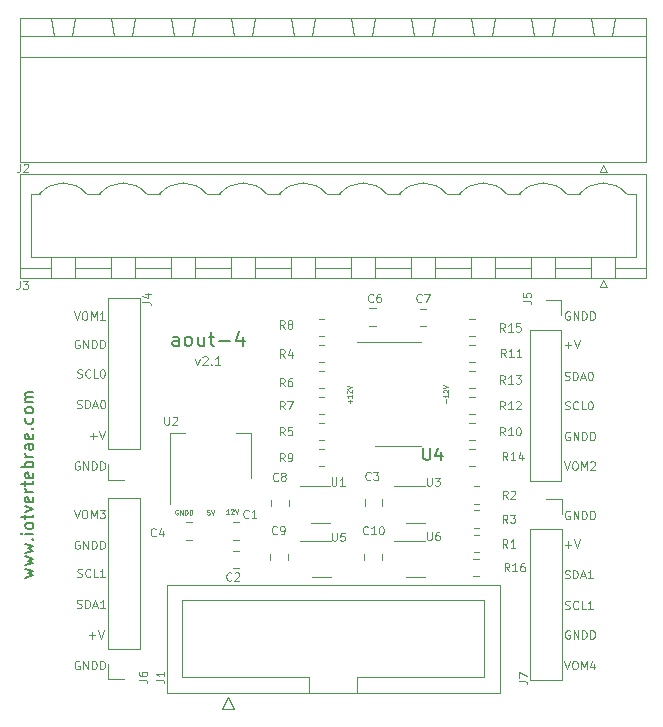
<source format=gbr>
%TF.GenerationSoftware,KiCad,Pcbnew,6.0.11+dfsg-1~bpo11+1*%
%TF.CreationDate,2023-07-05T16:37:14+02:00*%
%TF.ProjectId,aout4rib21,616f7574-3472-4696-9232-312e6b696361,1.1*%
%TF.SameCoordinates,Original*%
%TF.FileFunction,Legend,Top*%
%TF.FilePolarity,Positive*%
%FSLAX46Y46*%
G04 Gerber Fmt 4.6, Leading zero omitted, Abs format (unit mm)*
G04 Created by KiCad (PCBNEW 6.0.11+dfsg-1~bpo11+1) date 2023-07-05 16:37:14*
%MOMM*%
%LPD*%
G01*
G04 APERTURE LIST*
%ADD10C,0.110000*%
%ADD11C,0.080000*%
%ADD12C,0.200000*%
%ADD13C,0.120000*%
%ADD14C,0.150000*%
G04 APERTURE END LIST*
D10*
X165516666Y-115050000D02*
X165450000Y-115016666D01*
X165350000Y-115016666D01*
X165250000Y-115050000D01*
X165183333Y-115116666D01*
X165150000Y-115183333D01*
X165116666Y-115316666D01*
X165116666Y-115416666D01*
X165150000Y-115550000D01*
X165183333Y-115616666D01*
X165250000Y-115683333D01*
X165350000Y-115716666D01*
X165416666Y-115716666D01*
X165516666Y-115683333D01*
X165550000Y-115650000D01*
X165550000Y-115416666D01*
X165416666Y-115416666D01*
X165850000Y-115716666D02*
X165850000Y-115016666D01*
X166250000Y-115716666D01*
X166250000Y-115016666D01*
X166583333Y-115716666D02*
X166583333Y-115016666D01*
X166750000Y-115016666D01*
X166850000Y-115050000D01*
X166916666Y-115116666D01*
X166950000Y-115183333D01*
X166983333Y-115316666D01*
X166983333Y-115416666D01*
X166950000Y-115550000D01*
X166916666Y-115616666D01*
X166850000Y-115683333D01*
X166750000Y-115716666D01*
X166583333Y-115716666D01*
X167283333Y-115716666D02*
X167283333Y-115016666D01*
X167450000Y-115016666D01*
X167550000Y-115050000D01*
X167616666Y-115116666D01*
X167650000Y-115183333D01*
X167683333Y-115316666D01*
X167683333Y-115416666D01*
X167650000Y-115550000D01*
X167616666Y-115616666D01*
X167550000Y-115683333D01*
X167450000Y-115716666D01*
X167283333Y-115716666D01*
X165516666Y-88050000D02*
X165450000Y-88016666D01*
X165350000Y-88016666D01*
X165250000Y-88050000D01*
X165183333Y-88116666D01*
X165150000Y-88183333D01*
X165116666Y-88316666D01*
X165116666Y-88416666D01*
X165150000Y-88550000D01*
X165183333Y-88616666D01*
X165250000Y-88683333D01*
X165350000Y-88716666D01*
X165416666Y-88716666D01*
X165516666Y-88683333D01*
X165550000Y-88650000D01*
X165550000Y-88416666D01*
X165416666Y-88416666D01*
X165850000Y-88716666D02*
X165850000Y-88016666D01*
X166250000Y-88716666D01*
X166250000Y-88016666D01*
X166583333Y-88716666D02*
X166583333Y-88016666D01*
X166750000Y-88016666D01*
X166850000Y-88050000D01*
X166916666Y-88116666D01*
X166950000Y-88183333D01*
X166983333Y-88316666D01*
X166983333Y-88416666D01*
X166950000Y-88550000D01*
X166916666Y-88616666D01*
X166850000Y-88683333D01*
X166750000Y-88716666D01*
X166583333Y-88716666D01*
X167283333Y-88716666D02*
X167283333Y-88016666D01*
X167450000Y-88016666D01*
X167550000Y-88050000D01*
X167616666Y-88116666D01*
X167650000Y-88183333D01*
X167683333Y-88316666D01*
X167683333Y-88416666D01*
X167650000Y-88550000D01*
X167616666Y-88616666D01*
X167550000Y-88683333D01*
X167450000Y-88716666D01*
X167283333Y-88716666D01*
X165133333Y-113183333D02*
X165233333Y-113216666D01*
X165400000Y-113216666D01*
X165466666Y-113183333D01*
X165500000Y-113150000D01*
X165533333Y-113083333D01*
X165533333Y-113016666D01*
X165500000Y-112950000D01*
X165466666Y-112916666D01*
X165400000Y-112883333D01*
X165266666Y-112850000D01*
X165200000Y-112816666D01*
X165166666Y-112783333D01*
X165133333Y-112716666D01*
X165133333Y-112650000D01*
X165166666Y-112583333D01*
X165200000Y-112550000D01*
X165266666Y-112516666D01*
X165433333Y-112516666D01*
X165533333Y-112550000D01*
X166233333Y-113150000D02*
X166200000Y-113183333D01*
X166100000Y-113216666D01*
X166033333Y-113216666D01*
X165933333Y-113183333D01*
X165866666Y-113116666D01*
X165833333Y-113050000D01*
X165800000Y-112916666D01*
X165800000Y-112816666D01*
X165833333Y-112683333D01*
X165866666Y-112616666D01*
X165933333Y-112550000D01*
X166033333Y-112516666D01*
X166100000Y-112516666D01*
X166200000Y-112550000D01*
X166233333Y-112583333D01*
X166866666Y-113216666D02*
X166533333Y-113216666D01*
X166533333Y-112516666D01*
X167466666Y-113216666D02*
X167066666Y-113216666D01*
X167266666Y-113216666D02*
X167266666Y-112516666D01*
X167200000Y-112616666D01*
X167133333Y-112683333D01*
X167066666Y-112716666D01*
X124933333Y-98550000D02*
X125466666Y-98550000D01*
X125200000Y-98816666D02*
X125200000Y-98283333D01*
X125700000Y-98116666D02*
X125933333Y-98816666D01*
X126166666Y-98116666D01*
X123566666Y-104816666D02*
X123800000Y-105516666D01*
X124033333Y-104816666D01*
X124400000Y-104816666D02*
X124533333Y-104816666D01*
X124600000Y-104850000D01*
X124666666Y-104916666D01*
X124700000Y-105050000D01*
X124700000Y-105283333D01*
X124666666Y-105416666D01*
X124600000Y-105483333D01*
X124533333Y-105516666D01*
X124400000Y-105516666D01*
X124333333Y-105483333D01*
X124266666Y-105416666D01*
X124233333Y-105283333D01*
X124233333Y-105050000D01*
X124266666Y-104916666D01*
X124333333Y-104850000D01*
X124400000Y-104816666D01*
X125000000Y-105516666D02*
X125000000Y-104816666D01*
X125233333Y-105316666D01*
X125466666Y-104816666D01*
X125466666Y-105516666D01*
X125733333Y-104816666D02*
X126166666Y-104816666D01*
X125933333Y-105083333D01*
X126033333Y-105083333D01*
X126100000Y-105116666D01*
X126133333Y-105150000D01*
X126166666Y-105216666D01*
X126166666Y-105383333D01*
X126133333Y-105450000D01*
X126100000Y-105483333D01*
X126033333Y-105516666D01*
X125833333Y-105516666D01*
X125766666Y-105483333D01*
X125733333Y-105450000D01*
X124016666Y-90450000D02*
X123950000Y-90416666D01*
X123850000Y-90416666D01*
X123750000Y-90450000D01*
X123683333Y-90516666D01*
X123650000Y-90583333D01*
X123616666Y-90716666D01*
X123616666Y-90816666D01*
X123650000Y-90950000D01*
X123683333Y-91016666D01*
X123750000Y-91083333D01*
X123850000Y-91116666D01*
X123916666Y-91116666D01*
X124016666Y-91083333D01*
X124050000Y-91050000D01*
X124050000Y-90816666D01*
X123916666Y-90816666D01*
X124350000Y-91116666D02*
X124350000Y-90416666D01*
X124750000Y-91116666D01*
X124750000Y-90416666D01*
X125083333Y-91116666D02*
X125083333Y-90416666D01*
X125250000Y-90416666D01*
X125350000Y-90450000D01*
X125416666Y-90516666D01*
X125450000Y-90583333D01*
X125483333Y-90716666D01*
X125483333Y-90816666D01*
X125450000Y-90950000D01*
X125416666Y-91016666D01*
X125350000Y-91083333D01*
X125250000Y-91116666D01*
X125083333Y-91116666D01*
X125783333Y-91116666D02*
X125783333Y-90416666D01*
X125950000Y-90416666D01*
X126050000Y-90450000D01*
X126116666Y-90516666D01*
X126150000Y-90583333D01*
X126183333Y-90716666D01*
X126183333Y-90816666D01*
X126150000Y-90950000D01*
X126116666Y-91016666D01*
X126050000Y-91083333D01*
X125950000Y-91116666D01*
X125783333Y-91116666D01*
X124016666Y-100750000D02*
X123950000Y-100716666D01*
X123850000Y-100716666D01*
X123750000Y-100750000D01*
X123683333Y-100816666D01*
X123650000Y-100883333D01*
X123616666Y-101016666D01*
X123616666Y-101116666D01*
X123650000Y-101250000D01*
X123683333Y-101316666D01*
X123750000Y-101383333D01*
X123850000Y-101416666D01*
X123916666Y-101416666D01*
X124016666Y-101383333D01*
X124050000Y-101350000D01*
X124050000Y-101116666D01*
X123916666Y-101116666D01*
X124350000Y-101416666D02*
X124350000Y-100716666D01*
X124750000Y-101416666D01*
X124750000Y-100716666D01*
X125083333Y-101416666D02*
X125083333Y-100716666D01*
X125250000Y-100716666D01*
X125350000Y-100750000D01*
X125416666Y-100816666D01*
X125450000Y-100883333D01*
X125483333Y-101016666D01*
X125483333Y-101116666D01*
X125450000Y-101250000D01*
X125416666Y-101316666D01*
X125350000Y-101383333D01*
X125250000Y-101416666D01*
X125083333Y-101416666D01*
X125783333Y-101416666D02*
X125783333Y-100716666D01*
X125950000Y-100716666D01*
X126050000Y-100750000D01*
X126116666Y-100816666D01*
X126150000Y-100883333D01*
X126183333Y-101016666D01*
X126183333Y-101116666D01*
X126150000Y-101250000D01*
X126116666Y-101316666D01*
X126050000Y-101383333D01*
X125950000Y-101416666D01*
X125783333Y-101416666D01*
D11*
X136692380Y-105160952D02*
X136463809Y-105160952D01*
X136578095Y-105160952D02*
X136578095Y-104760952D01*
X136540000Y-104818095D01*
X136501904Y-104856190D01*
X136463809Y-104875238D01*
X136844761Y-104799047D02*
X136863809Y-104780000D01*
X136901904Y-104760952D01*
X136997142Y-104760952D01*
X137035238Y-104780000D01*
X137054285Y-104799047D01*
X137073333Y-104837142D01*
X137073333Y-104875238D01*
X137054285Y-104932380D01*
X136825714Y-105160952D01*
X137073333Y-105160952D01*
X137187619Y-104760952D02*
X137320952Y-105160952D01*
X137454285Y-104760952D01*
D10*
X123833333Y-110483333D02*
X123933333Y-110516666D01*
X124100000Y-110516666D01*
X124166666Y-110483333D01*
X124200000Y-110450000D01*
X124233333Y-110383333D01*
X124233333Y-110316666D01*
X124200000Y-110250000D01*
X124166666Y-110216666D01*
X124100000Y-110183333D01*
X123966666Y-110150000D01*
X123900000Y-110116666D01*
X123866666Y-110083333D01*
X123833333Y-110016666D01*
X123833333Y-109950000D01*
X123866666Y-109883333D01*
X123900000Y-109850000D01*
X123966666Y-109816666D01*
X124133333Y-109816666D01*
X124233333Y-109850000D01*
X124933333Y-110450000D02*
X124900000Y-110483333D01*
X124800000Y-110516666D01*
X124733333Y-110516666D01*
X124633333Y-110483333D01*
X124566666Y-110416666D01*
X124533333Y-110350000D01*
X124500000Y-110216666D01*
X124500000Y-110116666D01*
X124533333Y-109983333D01*
X124566666Y-109916666D01*
X124633333Y-109850000D01*
X124733333Y-109816666D01*
X124800000Y-109816666D01*
X124900000Y-109850000D01*
X124933333Y-109883333D01*
X125566666Y-110516666D02*
X125233333Y-110516666D01*
X125233333Y-109816666D01*
X126166666Y-110516666D02*
X125766666Y-110516666D01*
X125966666Y-110516666D02*
X125966666Y-109816666D01*
X125900000Y-109916666D01*
X125833333Y-109983333D01*
X125766666Y-110016666D01*
D11*
X132345238Y-104830000D02*
X132307142Y-104810952D01*
X132250000Y-104810952D01*
X132192857Y-104830000D01*
X132154761Y-104868095D01*
X132135714Y-104906190D01*
X132116666Y-104982380D01*
X132116666Y-105039523D01*
X132135714Y-105115714D01*
X132154761Y-105153809D01*
X132192857Y-105191904D01*
X132250000Y-105210952D01*
X132288095Y-105210952D01*
X132345238Y-105191904D01*
X132364285Y-105172857D01*
X132364285Y-105039523D01*
X132288095Y-105039523D01*
X132535714Y-105210952D02*
X132535714Y-104810952D01*
X132764285Y-105210952D01*
X132764285Y-104810952D01*
X132954761Y-105210952D02*
X132954761Y-104810952D01*
X133050000Y-104810952D01*
X133107142Y-104830000D01*
X133145238Y-104868095D01*
X133164285Y-104906190D01*
X133183333Y-104982380D01*
X133183333Y-105039523D01*
X133164285Y-105115714D01*
X133145238Y-105153809D01*
X133107142Y-105191904D01*
X133050000Y-105210952D01*
X132954761Y-105210952D01*
X133354761Y-105210952D02*
X133354761Y-104810952D01*
X133450000Y-104810952D01*
X133507142Y-104830000D01*
X133545238Y-104868095D01*
X133564285Y-104906190D01*
X133583333Y-104982380D01*
X133583333Y-105039523D01*
X133564285Y-105115714D01*
X133545238Y-105153809D01*
X133507142Y-105191904D01*
X133450000Y-105210952D01*
X133354761Y-105210952D01*
D12*
X132414285Y-90942857D02*
X132414285Y-90314285D01*
X132357142Y-90200000D01*
X132242857Y-90142857D01*
X132014285Y-90142857D01*
X131900000Y-90200000D01*
X132414285Y-90885714D02*
X132300000Y-90942857D01*
X132014285Y-90942857D01*
X131900000Y-90885714D01*
X131842857Y-90771428D01*
X131842857Y-90657142D01*
X131900000Y-90542857D01*
X132014285Y-90485714D01*
X132300000Y-90485714D01*
X132414285Y-90428571D01*
X133157142Y-90942857D02*
X133042857Y-90885714D01*
X132985714Y-90828571D01*
X132928571Y-90714285D01*
X132928571Y-90371428D01*
X132985714Y-90257142D01*
X133042857Y-90200000D01*
X133157142Y-90142857D01*
X133328571Y-90142857D01*
X133442857Y-90200000D01*
X133500000Y-90257142D01*
X133557142Y-90371428D01*
X133557142Y-90714285D01*
X133500000Y-90828571D01*
X133442857Y-90885714D01*
X133328571Y-90942857D01*
X133157142Y-90942857D01*
X134585714Y-90142857D02*
X134585714Y-90942857D01*
X134071428Y-90142857D02*
X134071428Y-90771428D01*
X134128571Y-90885714D01*
X134242857Y-90942857D01*
X134414285Y-90942857D01*
X134528571Y-90885714D01*
X134585714Y-90828571D01*
X134985714Y-90142857D02*
X135442857Y-90142857D01*
X135157142Y-89742857D02*
X135157142Y-90771428D01*
X135214285Y-90885714D01*
X135328571Y-90942857D01*
X135442857Y-90942857D01*
X135842857Y-90485714D02*
X136757142Y-90485714D01*
X137842857Y-90142857D02*
X137842857Y-90942857D01*
X137557142Y-89685714D02*
X137271428Y-90542857D01*
X138014285Y-90542857D01*
D10*
X123833333Y-93583333D02*
X123933333Y-93616666D01*
X124100000Y-93616666D01*
X124166666Y-93583333D01*
X124200000Y-93550000D01*
X124233333Y-93483333D01*
X124233333Y-93416666D01*
X124200000Y-93350000D01*
X124166666Y-93316666D01*
X124100000Y-93283333D01*
X123966666Y-93250000D01*
X123900000Y-93216666D01*
X123866666Y-93183333D01*
X123833333Y-93116666D01*
X123833333Y-93050000D01*
X123866666Y-92983333D01*
X123900000Y-92950000D01*
X123966666Y-92916666D01*
X124133333Y-92916666D01*
X124233333Y-92950000D01*
X124933333Y-93550000D02*
X124900000Y-93583333D01*
X124800000Y-93616666D01*
X124733333Y-93616666D01*
X124633333Y-93583333D01*
X124566666Y-93516666D01*
X124533333Y-93450000D01*
X124500000Y-93316666D01*
X124500000Y-93216666D01*
X124533333Y-93083333D01*
X124566666Y-93016666D01*
X124633333Y-92950000D01*
X124733333Y-92916666D01*
X124800000Y-92916666D01*
X124900000Y-92950000D01*
X124933333Y-92983333D01*
X125566666Y-93616666D02*
X125233333Y-93616666D01*
X125233333Y-92916666D01*
X125933333Y-92916666D02*
X126000000Y-92916666D01*
X126066666Y-92950000D01*
X126100000Y-92983333D01*
X126133333Y-93050000D01*
X126166666Y-93183333D01*
X126166666Y-93350000D01*
X126133333Y-93483333D01*
X126100000Y-93550000D01*
X126066666Y-93583333D01*
X126000000Y-93616666D01*
X125933333Y-93616666D01*
X125866666Y-93583333D01*
X125833333Y-93550000D01*
X125800000Y-93483333D01*
X125766666Y-93350000D01*
X125766666Y-93183333D01*
X125800000Y-93050000D01*
X125833333Y-92983333D01*
X125866666Y-92950000D01*
X125933333Y-92916666D01*
X124016666Y-107450000D02*
X123950000Y-107416666D01*
X123850000Y-107416666D01*
X123750000Y-107450000D01*
X123683333Y-107516666D01*
X123650000Y-107583333D01*
X123616666Y-107716666D01*
X123616666Y-107816666D01*
X123650000Y-107950000D01*
X123683333Y-108016666D01*
X123750000Y-108083333D01*
X123850000Y-108116666D01*
X123916666Y-108116666D01*
X124016666Y-108083333D01*
X124050000Y-108050000D01*
X124050000Y-107816666D01*
X123916666Y-107816666D01*
X124350000Y-108116666D02*
X124350000Y-107416666D01*
X124750000Y-108116666D01*
X124750000Y-107416666D01*
X125083333Y-108116666D02*
X125083333Y-107416666D01*
X125250000Y-107416666D01*
X125350000Y-107450000D01*
X125416666Y-107516666D01*
X125450000Y-107583333D01*
X125483333Y-107716666D01*
X125483333Y-107816666D01*
X125450000Y-107950000D01*
X125416666Y-108016666D01*
X125350000Y-108083333D01*
X125250000Y-108116666D01*
X125083333Y-108116666D01*
X125783333Y-108116666D02*
X125783333Y-107416666D01*
X125950000Y-107416666D01*
X126050000Y-107450000D01*
X126116666Y-107516666D01*
X126150000Y-107583333D01*
X126183333Y-107716666D01*
X126183333Y-107816666D01*
X126150000Y-107950000D01*
X126116666Y-108016666D01*
X126050000Y-108083333D01*
X125950000Y-108116666D01*
X125783333Y-108116666D01*
X165116666Y-110583333D02*
X165216666Y-110616666D01*
X165383333Y-110616666D01*
X165450000Y-110583333D01*
X165483333Y-110550000D01*
X165516666Y-110483333D01*
X165516666Y-110416666D01*
X165483333Y-110350000D01*
X165450000Y-110316666D01*
X165383333Y-110283333D01*
X165250000Y-110250000D01*
X165183333Y-110216666D01*
X165150000Y-110183333D01*
X165116666Y-110116666D01*
X165116666Y-110050000D01*
X165150000Y-109983333D01*
X165183333Y-109950000D01*
X165250000Y-109916666D01*
X165416666Y-109916666D01*
X165516666Y-109950000D01*
X165816666Y-110616666D02*
X165816666Y-109916666D01*
X165983333Y-109916666D01*
X166083333Y-109950000D01*
X166150000Y-110016666D01*
X166183333Y-110083333D01*
X166216666Y-110216666D01*
X166216666Y-110316666D01*
X166183333Y-110450000D01*
X166150000Y-110516666D01*
X166083333Y-110583333D01*
X165983333Y-110616666D01*
X165816666Y-110616666D01*
X166483333Y-110416666D02*
X166816666Y-110416666D01*
X166416666Y-110616666D02*
X166650000Y-109916666D01*
X166883333Y-110616666D01*
X167483333Y-110616666D02*
X167083333Y-110616666D01*
X167283333Y-110616666D02*
X167283333Y-109916666D01*
X167216666Y-110016666D01*
X167150000Y-110083333D01*
X167083333Y-110116666D01*
X123816666Y-113083333D02*
X123916666Y-113116666D01*
X124083333Y-113116666D01*
X124150000Y-113083333D01*
X124183333Y-113050000D01*
X124216666Y-112983333D01*
X124216666Y-112916666D01*
X124183333Y-112850000D01*
X124150000Y-112816666D01*
X124083333Y-112783333D01*
X123950000Y-112750000D01*
X123883333Y-112716666D01*
X123850000Y-112683333D01*
X123816666Y-112616666D01*
X123816666Y-112550000D01*
X123850000Y-112483333D01*
X123883333Y-112450000D01*
X123950000Y-112416666D01*
X124116666Y-112416666D01*
X124216666Y-112450000D01*
X124516666Y-113116666D02*
X124516666Y-112416666D01*
X124683333Y-112416666D01*
X124783333Y-112450000D01*
X124850000Y-112516666D01*
X124883333Y-112583333D01*
X124916666Y-112716666D01*
X124916666Y-112816666D01*
X124883333Y-112950000D01*
X124850000Y-113016666D01*
X124783333Y-113083333D01*
X124683333Y-113116666D01*
X124516666Y-113116666D01*
X125183333Y-112916666D02*
X125516666Y-112916666D01*
X125116666Y-113116666D02*
X125350000Y-112416666D01*
X125583333Y-113116666D01*
X126183333Y-113116666D02*
X125783333Y-113116666D01*
X125983333Y-113116666D02*
X125983333Y-112416666D01*
X125916666Y-112516666D01*
X125850000Y-112583333D01*
X125783333Y-112616666D01*
D11*
X135023809Y-104810952D02*
X134833333Y-104810952D01*
X134814285Y-105001428D01*
X134833333Y-104982380D01*
X134871428Y-104963333D01*
X134966666Y-104963333D01*
X135004761Y-104982380D01*
X135023809Y-105001428D01*
X135042857Y-105039523D01*
X135042857Y-105134761D01*
X135023809Y-105172857D01*
X135004761Y-105191904D01*
X134966666Y-105210952D01*
X134871428Y-105210952D01*
X134833333Y-105191904D01*
X134814285Y-105172857D01*
X135157142Y-104810952D02*
X135290476Y-105210952D01*
X135423809Y-104810952D01*
D10*
X124016666Y-117650000D02*
X123950000Y-117616666D01*
X123850000Y-117616666D01*
X123750000Y-117650000D01*
X123683333Y-117716666D01*
X123650000Y-117783333D01*
X123616666Y-117916666D01*
X123616666Y-118016666D01*
X123650000Y-118150000D01*
X123683333Y-118216666D01*
X123750000Y-118283333D01*
X123850000Y-118316666D01*
X123916666Y-118316666D01*
X124016666Y-118283333D01*
X124050000Y-118250000D01*
X124050000Y-118016666D01*
X123916666Y-118016666D01*
X124350000Y-118316666D02*
X124350000Y-117616666D01*
X124750000Y-118316666D01*
X124750000Y-117616666D01*
X125083333Y-118316666D02*
X125083333Y-117616666D01*
X125250000Y-117616666D01*
X125350000Y-117650000D01*
X125416666Y-117716666D01*
X125450000Y-117783333D01*
X125483333Y-117916666D01*
X125483333Y-118016666D01*
X125450000Y-118150000D01*
X125416666Y-118216666D01*
X125350000Y-118283333D01*
X125250000Y-118316666D01*
X125083333Y-118316666D01*
X125783333Y-118316666D02*
X125783333Y-117616666D01*
X125950000Y-117616666D01*
X126050000Y-117650000D01*
X126116666Y-117716666D01*
X126150000Y-117783333D01*
X126183333Y-117916666D01*
X126183333Y-118016666D01*
X126150000Y-118150000D01*
X126116666Y-118216666D01*
X126050000Y-118283333D01*
X125950000Y-118316666D01*
X125783333Y-118316666D01*
X165516666Y-104950000D02*
X165450000Y-104916666D01*
X165350000Y-104916666D01*
X165250000Y-104950000D01*
X165183333Y-105016666D01*
X165150000Y-105083333D01*
X165116666Y-105216666D01*
X165116666Y-105316666D01*
X165150000Y-105450000D01*
X165183333Y-105516666D01*
X165250000Y-105583333D01*
X165350000Y-105616666D01*
X165416666Y-105616666D01*
X165516666Y-105583333D01*
X165550000Y-105550000D01*
X165550000Y-105316666D01*
X165416666Y-105316666D01*
X165850000Y-105616666D02*
X165850000Y-104916666D01*
X166250000Y-105616666D01*
X166250000Y-104916666D01*
X166583333Y-105616666D02*
X166583333Y-104916666D01*
X166750000Y-104916666D01*
X166850000Y-104950000D01*
X166916666Y-105016666D01*
X166950000Y-105083333D01*
X166983333Y-105216666D01*
X166983333Y-105316666D01*
X166950000Y-105450000D01*
X166916666Y-105516666D01*
X166850000Y-105583333D01*
X166750000Y-105616666D01*
X166583333Y-105616666D01*
X167283333Y-105616666D02*
X167283333Y-104916666D01*
X167450000Y-104916666D01*
X167550000Y-104950000D01*
X167616666Y-105016666D01*
X167650000Y-105083333D01*
X167683333Y-105216666D01*
X167683333Y-105316666D01*
X167650000Y-105450000D01*
X167616666Y-105516666D01*
X167550000Y-105583333D01*
X167450000Y-105616666D01*
X167283333Y-105616666D01*
X123816666Y-96183333D02*
X123916666Y-96216666D01*
X124083333Y-96216666D01*
X124150000Y-96183333D01*
X124183333Y-96150000D01*
X124216666Y-96083333D01*
X124216666Y-96016666D01*
X124183333Y-95950000D01*
X124150000Y-95916666D01*
X124083333Y-95883333D01*
X123950000Y-95850000D01*
X123883333Y-95816666D01*
X123850000Y-95783333D01*
X123816666Y-95716666D01*
X123816666Y-95650000D01*
X123850000Y-95583333D01*
X123883333Y-95550000D01*
X123950000Y-95516666D01*
X124116666Y-95516666D01*
X124216666Y-95550000D01*
X124516666Y-96216666D02*
X124516666Y-95516666D01*
X124683333Y-95516666D01*
X124783333Y-95550000D01*
X124850000Y-95616666D01*
X124883333Y-95683333D01*
X124916666Y-95816666D01*
X124916666Y-95916666D01*
X124883333Y-96050000D01*
X124850000Y-96116666D01*
X124783333Y-96183333D01*
X124683333Y-96216666D01*
X124516666Y-96216666D01*
X125183333Y-96016666D02*
X125516666Y-96016666D01*
X125116666Y-96216666D02*
X125350000Y-95516666D01*
X125583333Y-96216666D01*
X125950000Y-95516666D02*
X126016666Y-95516666D01*
X126083333Y-95550000D01*
X126116666Y-95583333D01*
X126150000Y-95650000D01*
X126183333Y-95783333D01*
X126183333Y-95950000D01*
X126150000Y-96083333D01*
X126116666Y-96150000D01*
X126083333Y-96183333D01*
X126016666Y-96216666D01*
X125950000Y-96216666D01*
X125883333Y-96183333D01*
X125850000Y-96150000D01*
X125816666Y-96083333D01*
X125783333Y-95950000D01*
X125783333Y-95783333D01*
X125816666Y-95650000D01*
X125850000Y-95583333D01*
X125883333Y-95550000D01*
X125950000Y-95516666D01*
X165516666Y-98250000D02*
X165450000Y-98216666D01*
X165350000Y-98216666D01*
X165250000Y-98250000D01*
X165183333Y-98316666D01*
X165150000Y-98383333D01*
X165116666Y-98516666D01*
X165116666Y-98616666D01*
X165150000Y-98750000D01*
X165183333Y-98816666D01*
X165250000Y-98883333D01*
X165350000Y-98916666D01*
X165416666Y-98916666D01*
X165516666Y-98883333D01*
X165550000Y-98850000D01*
X165550000Y-98616666D01*
X165416666Y-98616666D01*
X165850000Y-98916666D02*
X165850000Y-98216666D01*
X166250000Y-98916666D01*
X166250000Y-98216666D01*
X166583333Y-98916666D02*
X166583333Y-98216666D01*
X166750000Y-98216666D01*
X166850000Y-98250000D01*
X166916666Y-98316666D01*
X166950000Y-98383333D01*
X166983333Y-98516666D01*
X166983333Y-98616666D01*
X166950000Y-98750000D01*
X166916666Y-98816666D01*
X166850000Y-98883333D01*
X166750000Y-98916666D01*
X166583333Y-98916666D01*
X167283333Y-98916666D02*
X167283333Y-98216666D01*
X167450000Y-98216666D01*
X167550000Y-98250000D01*
X167616666Y-98316666D01*
X167650000Y-98383333D01*
X167683333Y-98516666D01*
X167683333Y-98616666D01*
X167650000Y-98750000D01*
X167616666Y-98816666D01*
X167550000Y-98883333D01*
X167450000Y-98916666D01*
X167283333Y-98916666D01*
X165116666Y-93783333D02*
X165216666Y-93816666D01*
X165383333Y-93816666D01*
X165450000Y-93783333D01*
X165483333Y-93750000D01*
X165516666Y-93683333D01*
X165516666Y-93616666D01*
X165483333Y-93550000D01*
X165450000Y-93516666D01*
X165383333Y-93483333D01*
X165250000Y-93450000D01*
X165183333Y-93416666D01*
X165150000Y-93383333D01*
X165116666Y-93316666D01*
X165116666Y-93250000D01*
X165150000Y-93183333D01*
X165183333Y-93150000D01*
X165250000Y-93116666D01*
X165416666Y-93116666D01*
X165516666Y-93150000D01*
X165816666Y-93816666D02*
X165816666Y-93116666D01*
X165983333Y-93116666D01*
X166083333Y-93150000D01*
X166150000Y-93216666D01*
X166183333Y-93283333D01*
X166216666Y-93416666D01*
X166216666Y-93516666D01*
X166183333Y-93650000D01*
X166150000Y-93716666D01*
X166083333Y-93783333D01*
X165983333Y-93816666D01*
X165816666Y-93816666D01*
X166483333Y-93616666D02*
X166816666Y-93616666D01*
X166416666Y-93816666D02*
X166650000Y-93116666D01*
X166883333Y-93816666D01*
X167250000Y-93116666D02*
X167316666Y-93116666D01*
X167383333Y-93150000D01*
X167416666Y-93183333D01*
X167450000Y-93250000D01*
X167483333Y-93383333D01*
X167483333Y-93550000D01*
X167450000Y-93683333D01*
X167416666Y-93750000D01*
X167383333Y-93783333D01*
X167316666Y-93816666D01*
X167250000Y-93816666D01*
X167183333Y-93783333D01*
X167150000Y-93750000D01*
X167116666Y-93683333D01*
X167083333Y-93550000D01*
X167083333Y-93383333D01*
X167116666Y-93250000D01*
X167150000Y-93183333D01*
X167183333Y-93150000D01*
X167250000Y-93116666D01*
X123566666Y-88016666D02*
X123800000Y-88716666D01*
X124033333Y-88016666D01*
X124400000Y-88016666D02*
X124533333Y-88016666D01*
X124600000Y-88050000D01*
X124666666Y-88116666D01*
X124700000Y-88250000D01*
X124700000Y-88483333D01*
X124666666Y-88616666D01*
X124600000Y-88683333D01*
X124533333Y-88716666D01*
X124400000Y-88716666D01*
X124333333Y-88683333D01*
X124266666Y-88616666D01*
X124233333Y-88483333D01*
X124233333Y-88250000D01*
X124266666Y-88116666D01*
X124333333Y-88050000D01*
X124400000Y-88016666D01*
X125000000Y-88716666D02*
X125000000Y-88016666D01*
X125233333Y-88516666D01*
X125466666Y-88016666D01*
X125466666Y-88716666D01*
X126166666Y-88716666D02*
X125766666Y-88716666D01*
X125966666Y-88716666D02*
X125966666Y-88016666D01*
X125900000Y-88116666D01*
X125833333Y-88183333D01*
X125766666Y-88216666D01*
D11*
X146918571Y-95784761D02*
X146918571Y-95480000D01*
X147070952Y-95632380D02*
X146766190Y-95632380D01*
X147070952Y-95080000D02*
X147070952Y-95308571D01*
X147070952Y-95194285D02*
X146670952Y-95194285D01*
X146728095Y-95232380D01*
X146766190Y-95270476D01*
X146785238Y-95308571D01*
X146709047Y-94927619D02*
X146690000Y-94908571D01*
X146670952Y-94870476D01*
X146670952Y-94775238D01*
X146690000Y-94737142D01*
X146709047Y-94718095D01*
X146747142Y-94699047D01*
X146785238Y-94699047D01*
X146842380Y-94718095D01*
X147070952Y-94946666D01*
X147070952Y-94699047D01*
X146670952Y-94584761D02*
X147070952Y-94451428D01*
X146670952Y-94318095D01*
D10*
X165066666Y-100716666D02*
X165300000Y-101416666D01*
X165533333Y-100716666D01*
X165900000Y-100716666D02*
X166033333Y-100716666D01*
X166100000Y-100750000D01*
X166166666Y-100816666D01*
X166200000Y-100950000D01*
X166200000Y-101183333D01*
X166166666Y-101316666D01*
X166100000Y-101383333D01*
X166033333Y-101416666D01*
X165900000Y-101416666D01*
X165833333Y-101383333D01*
X165766666Y-101316666D01*
X165733333Y-101183333D01*
X165733333Y-100950000D01*
X165766666Y-100816666D01*
X165833333Y-100750000D01*
X165900000Y-100716666D01*
X166500000Y-101416666D02*
X166500000Y-100716666D01*
X166733333Y-101216666D01*
X166966666Y-100716666D01*
X166966666Y-101416666D01*
X167266666Y-100783333D02*
X167300000Y-100750000D01*
X167366666Y-100716666D01*
X167533333Y-100716666D01*
X167600000Y-100750000D01*
X167633333Y-100783333D01*
X167666666Y-100850000D01*
X167666666Y-100916666D01*
X167633333Y-101016666D01*
X167233333Y-101416666D01*
X167666666Y-101416666D01*
D13*
X133828571Y-92069285D02*
X134007142Y-92569285D01*
X134185714Y-92069285D01*
X134435714Y-91890714D02*
X134471428Y-91855000D01*
X134542857Y-91819285D01*
X134721428Y-91819285D01*
X134792857Y-91855000D01*
X134828571Y-91890714D01*
X134864285Y-91962142D01*
X134864285Y-92033571D01*
X134828571Y-92140714D01*
X134400000Y-92569285D01*
X134864285Y-92569285D01*
X135185714Y-92497857D02*
X135221428Y-92533571D01*
X135185714Y-92569285D01*
X135150000Y-92533571D01*
X135185714Y-92497857D01*
X135185714Y-92569285D01*
X135935714Y-92569285D02*
X135507142Y-92569285D01*
X135721428Y-92569285D02*
X135721428Y-91819285D01*
X135650000Y-91926428D01*
X135578571Y-91997857D01*
X135507142Y-92033571D01*
D10*
X165133333Y-90850000D02*
X165666666Y-90850000D01*
X165400000Y-91116666D02*
X165400000Y-90583333D01*
X165900000Y-90416666D02*
X166133333Y-91116666D01*
X166366666Y-90416666D01*
X124833333Y-115450000D02*
X125366666Y-115450000D01*
X125100000Y-115716666D02*
X125100000Y-115183333D01*
X125600000Y-115016666D02*
X125833333Y-115716666D01*
X126066666Y-115016666D01*
X165066666Y-117616666D02*
X165300000Y-118316666D01*
X165533333Y-117616666D01*
X165900000Y-117616666D02*
X166033333Y-117616666D01*
X166100000Y-117650000D01*
X166166666Y-117716666D01*
X166200000Y-117850000D01*
X166200000Y-118083333D01*
X166166666Y-118216666D01*
X166100000Y-118283333D01*
X166033333Y-118316666D01*
X165900000Y-118316666D01*
X165833333Y-118283333D01*
X165766666Y-118216666D01*
X165733333Y-118083333D01*
X165733333Y-117850000D01*
X165766666Y-117716666D01*
X165833333Y-117650000D01*
X165900000Y-117616666D01*
X166500000Y-118316666D02*
X166500000Y-117616666D01*
X166733333Y-118116666D01*
X166966666Y-117616666D01*
X166966666Y-118316666D01*
X167600000Y-117850000D02*
X167600000Y-118316666D01*
X167433333Y-117583333D02*
X167266666Y-118083333D01*
X167700000Y-118083333D01*
D11*
X155088571Y-95724761D02*
X155088571Y-95420000D01*
X155240952Y-95020000D02*
X155240952Y-95248571D01*
X155240952Y-95134285D02*
X154840952Y-95134285D01*
X154898095Y-95172380D01*
X154936190Y-95210476D01*
X154955238Y-95248571D01*
X154879047Y-94867619D02*
X154860000Y-94848571D01*
X154840952Y-94810476D01*
X154840952Y-94715238D01*
X154860000Y-94677142D01*
X154879047Y-94658095D01*
X154917142Y-94639047D01*
X154955238Y-94639047D01*
X155012380Y-94658095D01*
X155240952Y-94886666D01*
X155240952Y-94639047D01*
X154840952Y-94524761D02*
X155240952Y-94391428D01*
X154840952Y-94258095D01*
D10*
X165133333Y-107750000D02*
X165666666Y-107750000D01*
X165400000Y-108016666D02*
X165400000Y-107483333D01*
X165900000Y-107316666D02*
X166133333Y-108016666D01*
X166366666Y-107316666D01*
D14*
X119435714Y-110554761D02*
X120102380Y-110364285D01*
X119626190Y-110173809D01*
X120102380Y-109983333D01*
X119435714Y-109792857D01*
X119435714Y-109507142D02*
X120102380Y-109316666D01*
X119626190Y-109126190D01*
X120102380Y-108935714D01*
X119435714Y-108745238D01*
X119435714Y-108459523D02*
X120102380Y-108269047D01*
X119626190Y-108078571D01*
X120102380Y-107888095D01*
X119435714Y-107697619D01*
X120007142Y-107316666D02*
X120054761Y-107269047D01*
X120102380Y-107316666D01*
X120054761Y-107364285D01*
X120007142Y-107316666D01*
X120102380Y-107316666D01*
X120102380Y-106840476D02*
X119435714Y-106840476D01*
X119102380Y-106840476D02*
X119150000Y-106888095D01*
X119197619Y-106840476D01*
X119150000Y-106792857D01*
X119102380Y-106840476D01*
X119197619Y-106840476D01*
X120102380Y-106221428D02*
X120054761Y-106316666D01*
X120007142Y-106364285D01*
X119911904Y-106411904D01*
X119626190Y-106411904D01*
X119530952Y-106364285D01*
X119483333Y-106316666D01*
X119435714Y-106221428D01*
X119435714Y-106078571D01*
X119483333Y-105983333D01*
X119530952Y-105935714D01*
X119626190Y-105888095D01*
X119911904Y-105888095D01*
X120007142Y-105935714D01*
X120054761Y-105983333D01*
X120102380Y-106078571D01*
X120102380Y-106221428D01*
X119435714Y-105602380D02*
X119435714Y-105221428D01*
X119102380Y-105459523D02*
X119959523Y-105459523D01*
X120054761Y-105411904D01*
X120102380Y-105316666D01*
X120102380Y-105221428D01*
X119435714Y-104983333D02*
X120102380Y-104745238D01*
X119435714Y-104507142D01*
X120054761Y-103745238D02*
X120102380Y-103840476D01*
X120102380Y-104030952D01*
X120054761Y-104126190D01*
X119959523Y-104173809D01*
X119578571Y-104173809D01*
X119483333Y-104126190D01*
X119435714Y-104030952D01*
X119435714Y-103840476D01*
X119483333Y-103745238D01*
X119578571Y-103697619D01*
X119673809Y-103697619D01*
X119769047Y-104173809D01*
X120102380Y-103269047D02*
X119435714Y-103269047D01*
X119626190Y-103269047D02*
X119530952Y-103221428D01*
X119483333Y-103173809D01*
X119435714Y-103078571D01*
X119435714Y-102983333D01*
X119435714Y-102792857D02*
X119435714Y-102411904D01*
X119102380Y-102650000D02*
X119959523Y-102650000D01*
X120054761Y-102602380D01*
X120102380Y-102507142D01*
X120102380Y-102411904D01*
X120054761Y-101697619D02*
X120102380Y-101792857D01*
X120102380Y-101983333D01*
X120054761Y-102078571D01*
X119959523Y-102126190D01*
X119578571Y-102126190D01*
X119483333Y-102078571D01*
X119435714Y-101983333D01*
X119435714Y-101792857D01*
X119483333Y-101697619D01*
X119578571Y-101650000D01*
X119673809Y-101650000D01*
X119769047Y-102126190D01*
X120102380Y-101221428D02*
X119102380Y-101221428D01*
X119483333Y-101221428D02*
X119435714Y-101126190D01*
X119435714Y-100935714D01*
X119483333Y-100840476D01*
X119530952Y-100792857D01*
X119626190Y-100745238D01*
X119911904Y-100745238D01*
X120007142Y-100792857D01*
X120054761Y-100840476D01*
X120102380Y-100935714D01*
X120102380Y-101126190D01*
X120054761Y-101221428D01*
X120102380Y-100316666D02*
X119435714Y-100316666D01*
X119626190Y-100316666D02*
X119530952Y-100269047D01*
X119483333Y-100221428D01*
X119435714Y-100126190D01*
X119435714Y-100030952D01*
X120102380Y-99269047D02*
X119578571Y-99269047D01*
X119483333Y-99316666D01*
X119435714Y-99411904D01*
X119435714Y-99602380D01*
X119483333Y-99697619D01*
X120054761Y-99269047D02*
X120102380Y-99364285D01*
X120102380Y-99602380D01*
X120054761Y-99697619D01*
X119959523Y-99745238D01*
X119864285Y-99745238D01*
X119769047Y-99697619D01*
X119721428Y-99602380D01*
X119721428Y-99364285D01*
X119673809Y-99269047D01*
X120054761Y-98411904D02*
X120102380Y-98507142D01*
X120102380Y-98697619D01*
X120054761Y-98792857D01*
X119959523Y-98840476D01*
X119578571Y-98840476D01*
X119483333Y-98792857D01*
X119435714Y-98697619D01*
X119435714Y-98507142D01*
X119483333Y-98411904D01*
X119578571Y-98364285D01*
X119673809Y-98364285D01*
X119769047Y-98840476D01*
X120007142Y-97935714D02*
X120054761Y-97888095D01*
X120102380Y-97935714D01*
X120054761Y-97983333D01*
X120007142Y-97935714D01*
X120102380Y-97935714D01*
X120054761Y-97030952D02*
X120102380Y-97126190D01*
X120102380Y-97316666D01*
X120054761Y-97411904D01*
X120007142Y-97459523D01*
X119911904Y-97507142D01*
X119626190Y-97507142D01*
X119530952Y-97459523D01*
X119483333Y-97411904D01*
X119435714Y-97316666D01*
X119435714Y-97126190D01*
X119483333Y-97030952D01*
X120102380Y-96459523D02*
X120054761Y-96554761D01*
X120007142Y-96602380D01*
X119911904Y-96650000D01*
X119626190Y-96650000D01*
X119530952Y-96602380D01*
X119483333Y-96554761D01*
X119435714Y-96459523D01*
X119435714Y-96316666D01*
X119483333Y-96221428D01*
X119530952Y-96173809D01*
X119626190Y-96126190D01*
X119911904Y-96126190D01*
X120007142Y-96173809D01*
X120054761Y-96221428D01*
X120102380Y-96316666D01*
X120102380Y-96459523D01*
X120102380Y-95697619D02*
X119435714Y-95697619D01*
X119530952Y-95697619D02*
X119483333Y-95650000D01*
X119435714Y-95554761D01*
X119435714Y-95411904D01*
X119483333Y-95316666D01*
X119578571Y-95269047D01*
X120102380Y-95269047D01*
X119578571Y-95269047D02*
X119483333Y-95221428D01*
X119435714Y-95126190D01*
X119435714Y-94983333D01*
X119483333Y-94888095D01*
X119578571Y-94840476D01*
X120102380Y-94840476D01*
D10*
X165133333Y-96283333D02*
X165233333Y-96316666D01*
X165400000Y-96316666D01*
X165466666Y-96283333D01*
X165500000Y-96250000D01*
X165533333Y-96183333D01*
X165533333Y-96116666D01*
X165500000Y-96050000D01*
X165466666Y-96016666D01*
X165400000Y-95983333D01*
X165266666Y-95950000D01*
X165200000Y-95916666D01*
X165166666Y-95883333D01*
X165133333Y-95816666D01*
X165133333Y-95750000D01*
X165166666Y-95683333D01*
X165200000Y-95650000D01*
X165266666Y-95616666D01*
X165433333Y-95616666D01*
X165533333Y-95650000D01*
X166233333Y-96250000D02*
X166200000Y-96283333D01*
X166100000Y-96316666D01*
X166033333Y-96316666D01*
X165933333Y-96283333D01*
X165866666Y-96216666D01*
X165833333Y-96150000D01*
X165800000Y-96016666D01*
X165800000Y-95916666D01*
X165833333Y-95783333D01*
X165866666Y-95716666D01*
X165933333Y-95650000D01*
X166033333Y-95616666D01*
X166100000Y-95616666D01*
X166200000Y-95650000D01*
X166233333Y-95683333D01*
X166866666Y-96316666D02*
X166533333Y-96316666D01*
X166533333Y-95616666D01*
X167233333Y-95616666D02*
X167300000Y-95616666D01*
X167366666Y-95650000D01*
X167400000Y-95683333D01*
X167433333Y-95750000D01*
X167466666Y-95883333D01*
X167466666Y-96050000D01*
X167433333Y-96183333D01*
X167400000Y-96250000D01*
X167366666Y-96283333D01*
X167300000Y-96316666D01*
X167233333Y-96316666D01*
X167166666Y-96283333D01*
X167133333Y-96250000D01*
X167100000Y-96183333D01*
X167066666Y-96050000D01*
X167066666Y-95883333D01*
X167100000Y-95750000D01*
X167133333Y-95683333D01*
X167166666Y-95650000D01*
X167233333Y-95616666D01*
D13*
%TO.C,J3*%
X118956666Y-85406666D02*
X118956666Y-85906666D01*
X118923333Y-86006666D01*
X118856666Y-86073333D01*
X118756666Y-86106666D01*
X118690000Y-86106666D01*
X119223333Y-85406666D02*
X119656666Y-85406666D01*
X119423333Y-85673333D01*
X119523333Y-85673333D01*
X119590000Y-85706666D01*
X119623333Y-85740000D01*
X119656666Y-85806666D01*
X119656666Y-85973333D01*
X119623333Y-86040000D01*
X119590000Y-86073333D01*
X119523333Y-86106666D01*
X119323333Y-86106666D01*
X119256666Y-86073333D01*
X119223333Y-86040000D01*
%TO.C,R1*%
X160253333Y-108016666D02*
X160020000Y-107683333D01*
X159853333Y-108016666D02*
X159853333Y-107316666D01*
X160120000Y-107316666D01*
X160186666Y-107350000D01*
X160220000Y-107383333D01*
X160253333Y-107450000D01*
X160253333Y-107550000D01*
X160220000Y-107616666D01*
X160186666Y-107650000D01*
X160120000Y-107683333D01*
X159853333Y-107683333D01*
X160920000Y-108016666D02*
X160520000Y-108016666D01*
X160720000Y-108016666D02*
X160720000Y-107316666D01*
X160653333Y-107416666D01*
X160586666Y-107483333D01*
X160520000Y-107516666D01*
%TO.C,R11*%
X160110000Y-91896666D02*
X159876666Y-91563333D01*
X159710000Y-91896666D02*
X159710000Y-91196666D01*
X159976666Y-91196666D01*
X160043333Y-91230000D01*
X160076666Y-91263333D01*
X160110000Y-91330000D01*
X160110000Y-91430000D01*
X160076666Y-91496666D01*
X160043333Y-91530000D01*
X159976666Y-91563333D01*
X159710000Y-91563333D01*
X160776666Y-91896666D02*
X160376666Y-91896666D01*
X160576666Y-91896666D02*
X160576666Y-91196666D01*
X160510000Y-91296666D01*
X160443333Y-91363333D01*
X160376666Y-91396666D01*
X161443333Y-91896666D02*
X161043333Y-91896666D01*
X161243333Y-91896666D02*
X161243333Y-91196666D01*
X161176666Y-91296666D01*
X161110000Y-91363333D01*
X161043333Y-91396666D01*
%TO.C,R16*%
X160410000Y-110016666D02*
X160176666Y-109683333D01*
X160010000Y-110016666D02*
X160010000Y-109316666D01*
X160276666Y-109316666D01*
X160343333Y-109350000D01*
X160376666Y-109383333D01*
X160410000Y-109450000D01*
X160410000Y-109550000D01*
X160376666Y-109616666D01*
X160343333Y-109650000D01*
X160276666Y-109683333D01*
X160010000Y-109683333D01*
X161076666Y-110016666D02*
X160676666Y-110016666D01*
X160876666Y-110016666D02*
X160876666Y-109316666D01*
X160810000Y-109416666D01*
X160743333Y-109483333D01*
X160676666Y-109516666D01*
X161676666Y-109316666D02*
X161543333Y-109316666D01*
X161476666Y-109350000D01*
X161443333Y-109383333D01*
X161376666Y-109483333D01*
X161343333Y-109616666D01*
X161343333Y-109883333D01*
X161376666Y-109950000D01*
X161410000Y-109983333D01*
X161476666Y-110016666D01*
X161610000Y-110016666D01*
X161676666Y-109983333D01*
X161710000Y-109950000D01*
X161743333Y-109883333D01*
X161743333Y-109716666D01*
X161710000Y-109650000D01*
X161676666Y-109616666D01*
X161610000Y-109583333D01*
X161476666Y-109583333D01*
X161410000Y-109616666D01*
X161376666Y-109650000D01*
X161343333Y-109716666D01*
%TO.C,C6*%
X148883333Y-87150000D02*
X148850000Y-87183333D01*
X148750000Y-87216666D01*
X148683333Y-87216666D01*
X148583333Y-87183333D01*
X148516666Y-87116666D01*
X148483333Y-87050000D01*
X148450000Y-86916666D01*
X148450000Y-86816666D01*
X148483333Y-86683333D01*
X148516666Y-86616666D01*
X148583333Y-86550000D01*
X148683333Y-86516666D01*
X148750000Y-86516666D01*
X148850000Y-86550000D01*
X148883333Y-86583333D01*
X149483333Y-86516666D02*
X149350000Y-86516666D01*
X149283333Y-86550000D01*
X149250000Y-86583333D01*
X149183333Y-86683333D01*
X149150000Y-86816666D01*
X149150000Y-87083333D01*
X149183333Y-87150000D01*
X149216666Y-87183333D01*
X149283333Y-87216666D01*
X149416666Y-87216666D01*
X149483333Y-87183333D01*
X149516666Y-87150000D01*
X149550000Y-87083333D01*
X149550000Y-86916666D01*
X149516666Y-86850000D01*
X149483333Y-86816666D01*
X149416666Y-86783333D01*
X149283333Y-86783333D01*
X149216666Y-86816666D01*
X149183333Y-86850000D01*
X149150000Y-86916666D01*
%TO.C,J6*%
X129036666Y-119203333D02*
X129536666Y-119203333D01*
X129636666Y-119236666D01*
X129703333Y-119303333D01*
X129736666Y-119403333D01*
X129736666Y-119470000D01*
X129036666Y-118570000D02*
X129036666Y-118703333D01*
X129070000Y-118770000D01*
X129103333Y-118803333D01*
X129203333Y-118870000D01*
X129336666Y-118903333D01*
X129603333Y-118903333D01*
X129670000Y-118870000D01*
X129703333Y-118836666D01*
X129736666Y-118770000D01*
X129736666Y-118636666D01*
X129703333Y-118570000D01*
X129670000Y-118536666D01*
X129603333Y-118503333D01*
X129436666Y-118503333D01*
X129370000Y-118536666D01*
X129336666Y-118570000D01*
X129303333Y-118636666D01*
X129303333Y-118770000D01*
X129336666Y-118836666D01*
X129370000Y-118870000D01*
X129436666Y-118903333D01*
%TO.C,U5*%
X145404166Y-106736666D02*
X145404166Y-107303333D01*
X145437500Y-107370000D01*
X145470833Y-107403333D01*
X145537500Y-107436666D01*
X145670833Y-107436666D01*
X145737500Y-107403333D01*
X145770833Y-107370000D01*
X145804166Y-107303333D01*
X145804166Y-106736666D01*
X146470833Y-106736666D02*
X146137500Y-106736666D01*
X146104166Y-107070000D01*
X146137500Y-107036666D01*
X146204166Y-107003333D01*
X146370833Y-107003333D01*
X146437500Y-107036666D01*
X146470833Y-107070000D01*
X146504166Y-107136666D01*
X146504166Y-107303333D01*
X146470833Y-107370000D01*
X146437500Y-107403333D01*
X146370833Y-107436666D01*
X146204166Y-107436666D01*
X146137500Y-107403333D01*
X146104166Y-107370000D01*
%TO.C,J2*%
X118996666Y-75526666D02*
X118996666Y-76026666D01*
X118963333Y-76126666D01*
X118896666Y-76193333D01*
X118796666Y-76226666D01*
X118730000Y-76226666D01*
X119296666Y-75593333D02*
X119330000Y-75560000D01*
X119396666Y-75526666D01*
X119563333Y-75526666D01*
X119630000Y-75560000D01*
X119663333Y-75593333D01*
X119696666Y-75660000D01*
X119696666Y-75726666D01*
X119663333Y-75826666D01*
X119263333Y-76226666D01*
X119696666Y-76226666D01*
%TO.C,R10*%
X160050000Y-98516666D02*
X159816666Y-98183333D01*
X159650000Y-98516666D02*
X159650000Y-97816666D01*
X159916666Y-97816666D01*
X159983333Y-97850000D01*
X160016666Y-97883333D01*
X160050000Y-97950000D01*
X160050000Y-98050000D01*
X160016666Y-98116666D01*
X159983333Y-98150000D01*
X159916666Y-98183333D01*
X159650000Y-98183333D01*
X160716666Y-98516666D02*
X160316666Y-98516666D01*
X160516666Y-98516666D02*
X160516666Y-97816666D01*
X160450000Y-97916666D01*
X160383333Y-97983333D01*
X160316666Y-98016666D01*
X161150000Y-97816666D02*
X161216666Y-97816666D01*
X161283333Y-97850000D01*
X161316666Y-97883333D01*
X161350000Y-97950000D01*
X161383333Y-98083333D01*
X161383333Y-98250000D01*
X161350000Y-98383333D01*
X161316666Y-98450000D01*
X161283333Y-98483333D01*
X161216666Y-98516666D01*
X161150000Y-98516666D01*
X161083333Y-98483333D01*
X161050000Y-98450000D01*
X161016666Y-98383333D01*
X160983333Y-98250000D01*
X160983333Y-98083333D01*
X161016666Y-97950000D01*
X161050000Y-97883333D01*
X161083333Y-97850000D01*
X161150000Y-97816666D01*
%TO.C,R5*%
X141383333Y-98516666D02*
X141150000Y-98183333D01*
X140983333Y-98516666D02*
X140983333Y-97816666D01*
X141250000Y-97816666D01*
X141316666Y-97850000D01*
X141350000Y-97883333D01*
X141383333Y-97950000D01*
X141383333Y-98050000D01*
X141350000Y-98116666D01*
X141316666Y-98150000D01*
X141250000Y-98183333D01*
X140983333Y-98183333D01*
X142016666Y-97816666D02*
X141683333Y-97816666D01*
X141650000Y-98150000D01*
X141683333Y-98116666D01*
X141750000Y-98083333D01*
X141916666Y-98083333D01*
X141983333Y-98116666D01*
X142016666Y-98150000D01*
X142050000Y-98216666D01*
X142050000Y-98383333D01*
X142016666Y-98450000D01*
X141983333Y-98483333D01*
X141916666Y-98516666D01*
X141750000Y-98516666D01*
X141683333Y-98483333D01*
X141650000Y-98450000D01*
%TO.C,R12*%
X160050000Y-96316666D02*
X159816666Y-95983333D01*
X159650000Y-96316666D02*
X159650000Y-95616666D01*
X159916666Y-95616666D01*
X159983333Y-95650000D01*
X160016666Y-95683333D01*
X160050000Y-95750000D01*
X160050000Y-95850000D01*
X160016666Y-95916666D01*
X159983333Y-95950000D01*
X159916666Y-95983333D01*
X159650000Y-95983333D01*
X160716666Y-96316666D02*
X160316666Y-96316666D01*
X160516666Y-96316666D02*
X160516666Y-95616666D01*
X160450000Y-95716666D01*
X160383333Y-95783333D01*
X160316666Y-95816666D01*
X160983333Y-95683333D02*
X161016666Y-95650000D01*
X161083333Y-95616666D01*
X161250000Y-95616666D01*
X161316666Y-95650000D01*
X161350000Y-95683333D01*
X161383333Y-95750000D01*
X161383333Y-95816666D01*
X161350000Y-95916666D01*
X160950000Y-96316666D01*
X161383333Y-96316666D01*
%TO.C,U2*%
X131216666Y-96916666D02*
X131216666Y-97483333D01*
X131250000Y-97550000D01*
X131283333Y-97583333D01*
X131350000Y-97616666D01*
X131483333Y-97616666D01*
X131550000Y-97583333D01*
X131583333Y-97550000D01*
X131616666Y-97483333D01*
X131616666Y-96916666D01*
X131916666Y-96983333D02*
X131950000Y-96950000D01*
X132016666Y-96916666D01*
X132183333Y-96916666D01*
X132250000Y-96950000D01*
X132283333Y-96983333D01*
X132316666Y-97050000D01*
X132316666Y-97116666D01*
X132283333Y-97216666D01*
X131883333Y-97616666D01*
X132316666Y-97616666D01*
D14*
%TO.C,U4*%
X153148095Y-99582380D02*
X153148095Y-100391904D01*
X153195714Y-100487142D01*
X153243333Y-100534761D01*
X153338571Y-100582380D01*
X153529047Y-100582380D01*
X153624285Y-100534761D01*
X153671904Y-100487142D01*
X153719523Y-100391904D01*
X153719523Y-99582380D01*
X154624285Y-99915714D02*
X154624285Y-100582380D01*
X154386190Y-99534761D02*
X154148095Y-100249047D01*
X154767142Y-100249047D01*
D13*
%TO.C,R15*%
X160050000Y-89716666D02*
X159816666Y-89383333D01*
X159650000Y-89716666D02*
X159650000Y-89016666D01*
X159916666Y-89016666D01*
X159983333Y-89050000D01*
X160016666Y-89083333D01*
X160050000Y-89150000D01*
X160050000Y-89250000D01*
X160016666Y-89316666D01*
X159983333Y-89350000D01*
X159916666Y-89383333D01*
X159650000Y-89383333D01*
X160716666Y-89716666D02*
X160316666Y-89716666D01*
X160516666Y-89716666D02*
X160516666Y-89016666D01*
X160450000Y-89116666D01*
X160383333Y-89183333D01*
X160316666Y-89216666D01*
X161350000Y-89016666D02*
X161016666Y-89016666D01*
X160983333Y-89350000D01*
X161016666Y-89316666D01*
X161083333Y-89283333D01*
X161250000Y-89283333D01*
X161316666Y-89316666D01*
X161350000Y-89350000D01*
X161383333Y-89416666D01*
X161383333Y-89583333D01*
X161350000Y-89650000D01*
X161316666Y-89683333D01*
X161250000Y-89716666D01*
X161083333Y-89716666D01*
X161016666Y-89683333D01*
X160983333Y-89650000D01*
%TO.C,R3*%
X160253333Y-105916666D02*
X160020000Y-105583333D01*
X159853333Y-105916666D02*
X159853333Y-105216666D01*
X160120000Y-105216666D01*
X160186666Y-105250000D01*
X160220000Y-105283333D01*
X160253333Y-105350000D01*
X160253333Y-105450000D01*
X160220000Y-105516666D01*
X160186666Y-105550000D01*
X160120000Y-105583333D01*
X159853333Y-105583333D01*
X160486666Y-105216666D02*
X160920000Y-105216666D01*
X160686666Y-105483333D01*
X160786666Y-105483333D01*
X160853333Y-105516666D01*
X160886666Y-105550000D01*
X160920000Y-105616666D01*
X160920000Y-105783333D01*
X160886666Y-105850000D01*
X160853333Y-105883333D01*
X160786666Y-105916666D01*
X160586666Y-105916666D01*
X160520000Y-105883333D01*
X160486666Y-105850000D01*
%TO.C,J5*%
X161566666Y-87133333D02*
X162066666Y-87133333D01*
X162166666Y-87166666D01*
X162233333Y-87233333D01*
X162266666Y-87333333D01*
X162266666Y-87400000D01*
X161566666Y-86466666D02*
X161566666Y-86800000D01*
X161900000Y-86833333D01*
X161866666Y-86800000D01*
X161833333Y-86733333D01*
X161833333Y-86566666D01*
X161866666Y-86500000D01*
X161900000Y-86466666D01*
X161966666Y-86433333D01*
X162133333Y-86433333D01*
X162200000Y-86466666D01*
X162233333Y-86500000D01*
X162266666Y-86566666D01*
X162266666Y-86733333D01*
X162233333Y-86800000D01*
X162200000Y-86833333D01*
%TO.C,C4*%
X130483333Y-107000000D02*
X130450000Y-107033333D01*
X130350000Y-107066666D01*
X130283333Y-107066666D01*
X130183333Y-107033333D01*
X130116666Y-106966666D01*
X130083333Y-106900000D01*
X130050000Y-106766666D01*
X130050000Y-106666666D01*
X130083333Y-106533333D01*
X130116666Y-106466666D01*
X130183333Y-106400000D01*
X130283333Y-106366666D01*
X130350000Y-106366666D01*
X130450000Y-106400000D01*
X130483333Y-106433333D01*
X131083333Y-106600000D02*
X131083333Y-107066666D01*
X130916666Y-106333333D02*
X130750000Y-106833333D01*
X131183333Y-106833333D01*
%TO.C,C3*%
X148663333Y-102240000D02*
X148630000Y-102273333D01*
X148530000Y-102306666D01*
X148463333Y-102306666D01*
X148363333Y-102273333D01*
X148296666Y-102206666D01*
X148263333Y-102140000D01*
X148230000Y-102006666D01*
X148230000Y-101906666D01*
X148263333Y-101773333D01*
X148296666Y-101706666D01*
X148363333Y-101640000D01*
X148463333Y-101606666D01*
X148530000Y-101606666D01*
X148630000Y-101640000D01*
X148663333Y-101673333D01*
X148896666Y-101606666D02*
X149330000Y-101606666D01*
X149096666Y-101873333D01*
X149196666Y-101873333D01*
X149263333Y-101906666D01*
X149296666Y-101940000D01*
X149330000Y-102006666D01*
X149330000Y-102173333D01*
X149296666Y-102240000D01*
X149263333Y-102273333D01*
X149196666Y-102306666D01*
X148996666Y-102306666D01*
X148930000Y-102273333D01*
X148896666Y-102240000D01*
%TO.C,R8*%
X141383333Y-89466666D02*
X141150000Y-89133333D01*
X140983333Y-89466666D02*
X140983333Y-88766666D01*
X141250000Y-88766666D01*
X141316666Y-88800000D01*
X141350000Y-88833333D01*
X141383333Y-88900000D01*
X141383333Y-89000000D01*
X141350000Y-89066666D01*
X141316666Y-89100000D01*
X141250000Y-89133333D01*
X140983333Y-89133333D01*
X141783333Y-89066666D02*
X141716666Y-89033333D01*
X141683333Y-89000000D01*
X141650000Y-88933333D01*
X141650000Y-88900000D01*
X141683333Y-88833333D01*
X141716666Y-88800000D01*
X141783333Y-88766666D01*
X141916666Y-88766666D01*
X141983333Y-88800000D01*
X142016666Y-88833333D01*
X142050000Y-88900000D01*
X142050000Y-88933333D01*
X142016666Y-89000000D01*
X141983333Y-89033333D01*
X141916666Y-89066666D01*
X141783333Y-89066666D01*
X141716666Y-89100000D01*
X141683333Y-89133333D01*
X141650000Y-89200000D01*
X141650000Y-89333333D01*
X141683333Y-89400000D01*
X141716666Y-89433333D01*
X141783333Y-89466666D01*
X141916666Y-89466666D01*
X141983333Y-89433333D01*
X142016666Y-89400000D01*
X142050000Y-89333333D01*
X142050000Y-89200000D01*
X142016666Y-89133333D01*
X141983333Y-89100000D01*
X141916666Y-89066666D01*
%TO.C,R9*%
X141383333Y-100716666D02*
X141150000Y-100383333D01*
X140983333Y-100716666D02*
X140983333Y-100016666D01*
X141250000Y-100016666D01*
X141316666Y-100050000D01*
X141350000Y-100083333D01*
X141383333Y-100150000D01*
X141383333Y-100250000D01*
X141350000Y-100316666D01*
X141316666Y-100350000D01*
X141250000Y-100383333D01*
X140983333Y-100383333D01*
X141716666Y-100716666D02*
X141850000Y-100716666D01*
X141916666Y-100683333D01*
X141950000Y-100650000D01*
X142016666Y-100550000D01*
X142050000Y-100416666D01*
X142050000Y-100150000D01*
X142016666Y-100083333D01*
X141983333Y-100050000D01*
X141916666Y-100016666D01*
X141783333Y-100016666D01*
X141716666Y-100050000D01*
X141683333Y-100083333D01*
X141650000Y-100150000D01*
X141650000Y-100316666D01*
X141683333Y-100383333D01*
X141716666Y-100416666D01*
X141783333Y-100450000D01*
X141916666Y-100450000D01*
X141983333Y-100416666D01*
X142016666Y-100383333D01*
X142050000Y-100316666D01*
%TO.C,R7*%
X141383333Y-96316666D02*
X141150000Y-95983333D01*
X140983333Y-96316666D02*
X140983333Y-95616666D01*
X141250000Y-95616666D01*
X141316666Y-95650000D01*
X141350000Y-95683333D01*
X141383333Y-95750000D01*
X141383333Y-95850000D01*
X141350000Y-95916666D01*
X141316666Y-95950000D01*
X141250000Y-95983333D01*
X140983333Y-95983333D01*
X141616666Y-95616666D02*
X142083333Y-95616666D01*
X141783333Y-96316666D01*
%TO.C,R14*%
X160260000Y-100626666D02*
X160026666Y-100293333D01*
X159860000Y-100626666D02*
X159860000Y-99926666D01*
X160126666Y-99926666D01*
X160193333Y-99960000D01*
X160226666Y-99993333D01*
X160260000Y-100060000D01*
X160260000Y-100160000D01*
X160226666Y-100226666D01*
X160193333Y-100260000D01*
X160126666Y-100293333D01*
X159860000Y-100293333D01*
X160926666Y-100626666D02*
X160526666Y-100626666D01*
X160726666Y-100626666D02*
X160726666Y-99926666D01*
X160660000Y-100026666D01*
X160593333Y-100093333D01*
X160526666Y-100126666D01*
X161526666Y-100160000D02*
X161526666Y-100626666D01*
X161360000Y-99893333D02*
X161193333Y-100393333D01*
X161626666Y-100393333D01*
%TO.C,R6*%
X141383333Y-94366666D02*
X141150000Y-94033333D01*
X140983333Y-94366666D02*
X140983333Y-93666666D01*
X141250000Y-93666666D01*
X141316666Y-93700000D01*
X141350000Y-93733333D01*
X141383333Y-93800000D01*
X141383333Y-93900000D01*
X141350000Y-93966666D01*
X141316666Y-94000000D01*
X141250000Y-94033333D01*
X140983333Y-94033333D01*
X141983333Y-93666666D02*
X141850000Y-93666666D01*
X141783333Y-93700000D01*
X141750000Y-93733333D01*
X141683333Y-93833333D01*
X141650000Y-93966666D01*
X141650000Y-94233333D01*
X141683333Y-94300000D01*
X141716666Y-94333333D01*
X141783333Y-94366666D01*
X141916666Y-94366666D01*
X141983333Y-94333333D01*
X142016666Y-94300000D01*
X142050000Y-94233333D01*
X142050000Y-94066666D01*
X142016666Y-94000000D01*
X141983333Y-93966666D01*
X141916666Y-93933333D01*
X141783333Y-93933333D01*
X141716666Y-93966666D01*
X141683333Y-94000000D01*
X141650000Y-94066666D01*
%TO.C,C10*%
X148450000Y-106825000D02*
X148416666Y-106858333D01*
X148316666Y-106891666D01*
X148250000Y-106891666D01*
X148150000Y-106858333D01*
X148083333Y-106791666D01*
X148050000Y-106725000D01*
X148016666Y-106591666D01*
X148016666Y-106491666D01*
X148050000Y-106358333D01*
X148083333Y-106291666D01*
X148150000Y-106225000D01*
X148250000Y-106191666D01*
X148316666Y-106191666D01*
X148416666Y-106225000D01*
X148450000Y-106258333D01*
X149116666Y-106891666D02*
X148716666Y-106891666D01*
X148916666Y-106891666D02*
X148916666Y-106191666D01*
X148850000Y-106291666D01*
X148783333Y-106358333D01*
X148716666Y-106391666D01*
X149550000Y-106191666D02*
X149616666Y-106191666D01*
X149683333Y-106225000D01*
X149716666Y-106258333D01*
X149750000Y-106325000D01*
X149783333Y-106458333D01*
X149783333Y-106625000D01*
X149750000Y-106758333D01*
X149716666Y-106825000D01*
X149683333Y-106858333D01*
X149616666Y-106891666D01*
X149550000Y-106891666D01*
X149483333Y-106858333D01*
X149450000Y-106825000D01*
X149416666Y-106758333D01*
X149383333Y-106625000D01*
X149383333Y-106458333D01*
X149416666Y-106325000D01*
X149450000Y-106258333D01*
X149483333Y-106225000D01*
X149550000Y-106191666D01*
%TO.C,C1*%
X138333333Y-105450000D02*
X138300000Y-105483333D01*
X138200000Y-105516666D01*
X138133333Y-105516666D01*
X138033333Y-105483333D01*
X137966666Y-105416666D01*
X137933333Y-105350000D01*
X137900000Y-105216666D01*
X137900000Y-105116666D01*
X137933333Y-104983333D01*
X137966666Y-104916666D01*
X138033333Y-104850000D01*
X138133333Y-104816666D01*
X138200000Y-104816666D01*
X138300000Y-104850000D01*
X138333333Y-104883333D01*
X139000000Y-105516666D02*
X138600000Y-105516666D01*
X138800000Y-105516666D02*
X138800000Y-104816666D01*
X138733333Y-104916666D01*
X138666666Y-104983333D01*
X138600000Y-105016666D01*
%TO.C,J7*%
X161226666Y-119313333D02*
X161726666Y-119313333D01*
X161826666Y-119346666D01*
X161893333Y-119413333D01*
X161926666Y-119513333D01*
X161926666Y-119580000D01*
X161226666Y-119046666D02*
X161226666Y-118580000D01*
X161926666Y-118880000D01*
%TO.C,R2*%
X160263333Y-103876666D02*
X160030000Y-103543333D01*
X159863333Y-103876666D02*
X159863333Y-103176666D01*
X160130000Y-103176666D01*
X160196666Y-103210000D01*
X160230000Y-103243333D01*
X160263333Y-103310000D01*
X160263333Y-103410000D01*
X160230000Y-103476666D01*
X160196666Y-103510000D01*
X160130000Y-103543333D01*
X159863333Y-103543333D01*
X160530000Y-103243333D02*
X160563333Y-103210000D01*
X160630000Y-103176666D01*
X160796666Y-103176666D01*
X160863333Y-103210000D01*
X160896666Y-103243333D01*
X160930000Y-103310000D01*
X160930000Y-103376666D01*
X160896666Y-103476666D01*
X160496666Y-103876666D01*
X160930000Y-103876666D01*
%TO.C,R13*%
X160050000Y-94116666D02*
X159816666Y-93783333D01*
X159650000Y-94116666D02*
X159650000Y-93416666D01*
X159916666Y-93416666D01*
X159983333Y-93450000D01*
X160016666Y-93483333D01*
X160050000Y-93550000D01*
X160050000Y-93650000D01*
X160016666Y-93716666D01*
X159983333Y-93750000D01*
X159916666Y-93783333D01*
X159650000Y-93783333D01*
X160716666Y-94116666D02*
X160316666Y-94116666D01*
X160516666Y-94116666D02*
X160516666Y-93416666D01*
X160450000Y-93516666D01*
X160383333Y-93583333D01*
X160316666Y-93616666D01*
X160950000Y-93416666D02*
X161383333Y-93416666D01*
X161150000Y-93683333D01*
X161250000Y-93683333D01*
X161316666Y-93716666D01*
X161350000Y-93750000D01*
X161383333Y-93816666D01*
X161383333Y-93983333D01*
X161350000Y-94050000D01*
X161316666Y-94083333D01*
X161250000Y-94116666D01*
X161050000Y-94116666D01*
X160983333Y-94083333D01*
X160950000Y-94050000D01*
%TO.C,U1*%
X145376666Y-102066666D02*
X145376666Y-102633333D01*
X145410000Y-102700000D01*
X145443333Y-102733333D01*
X145510000Y-102766666D01*
X145643333Y-102766666D01*
X145710000Y-102733333D01*
X145743333Y-102700000D01*
X145776666Y-102633333D01*
X145776666Y-102066666D01*
X146476666Y-102766666D02*
X146076666Y-102766666D01*
X146276666Y-102766666D02*
X146276666Y-102066666D01*
X146210000Y-102166666D01*
X146143333Y-102233333D01*
X146076666Y-102266666D01*
%TO.C,R4*%
X141383333Y-91916666D02*
X141150000Y-91583333D01*
X140983333Y-91916666D02*
X140983333Y-91216666D01*
X141250000Y-91216666D01*
X141316666Y-91250000D01*
X141350000Y-91283333D01*
X141383333Y-91350000D01*
X141383333Y-91450000D01*
X141350000Y-91516666D01*
X141316666Y-91550000D01*
X141250000Y-91583333D01*
X140983333Y-91583333D01*
X141983333Y-91450000D02*
X141983333Y-91916666D01*
X141816666Y-91183333D02*
X141650000Y-91683333D01*
X142083333Y-91683333D01*
%TO.C,C7*%
X152983333Y-87150000D02*
X152950000Y-87183333D01*
X152850000Y-87216666D01*
X152783333Y-87216666D01*
X152683333Y-87183333D01*
X152616666Y-87116666D01*
X152583333Y-87050000D01*
X152550000Y-86916666D01*
X152550000Y-86816666D01*
X152583333Y-86683333D01*
X152616666Y-86616666D01*
X152683333Y-86550000D01*
X152783333Y-86516666D01*
X152850000Y-86516666D01*
X152950000Y-86550000D01*
X152983333Y-86583333D01*
X153216666Y-86516666D02*
X153683333Y-86516666D01*
X153383333Y-87216666D01*
%TO.C,C2*%
X136883333Y-110750000D02*
X136850000Y-110783333D01*
X136750000Y-110816666D01*
X136683333Y-110816666D01*
X136583333Y-110783333D01*
X136516666Y-110716666D01*
X136483333Y-110650000D01*
X136450000Y-110516666D01*
X136450000Y-110416666D01*
X136483333Y-110283333D01*
X136516666Y-110216666D01*
X136583333Y-110150000D01*
X136683333Y-110116666D01*
X136750000Y-110116666D01*
X136850000Y-110150000D01*
X136883333Y-110183333D01*
X137150000Y-110183333D02*
X137183333Y-110150000D01*
X137250000Y-110116666D01*
X137416666Y-110116666D01*
X137483333Y-110150000D01*
X137516666Y-110183333D01*
X137550000Y-110250000D01*
X137550000Y-110316666D01*
X137516666Y-110416666D01*
X137116666Y-110816666D01*
X137550000Y-110816666D01*
%TO.C,U3*%
X153436666Y-102076666D02*
X153436666Y-102643333D01*
X153470000Y-102710000D01*
X153503333Y-102743333D01*
X153570000Y-102776666D01*
X153703333Y-102776666D01*
X153770000Y-102743333D01*
X153803333Y-102710000D01*
X153836666Y-102643333D01*
X153836666Y-102076666D01*
X154103333Y-102076666D02*
X154536666Y-102076666D01*
X154303333Y-102343333D01*
X154403333Y-102343333D01*
X154470000Y-102376666D01*
X154503333Y-102410000D01*
X154536666Y-102476666D01*
X154536666Y-102643333D01*
X154503333Y-102710000D01*
X154470000Y-102743333D01*
X154403333Y-102776666D01*
X154203333Y-102776666D01*
X154136666Y-102743333D01*
X154103333Y-102710000D01*
%TO.C,C8*%
X140823333Y-102300000D02*
X140790000Y-102333333D01*
X140690000Y-102366666D01*
X140623333Y-102366666D01*
X140523333Y-102333333D01*
X140456666Y-102266666D01*
X140423333Y-102200000D01*
X140390000Y-102066666D01*
X140390000Y-101966666D01*
X140423333Y-101833333D01*
X140456666Y-101766666D01*
X140523333Y-101700000D01*
X140623333Y-101666666D01*
X140690000Y-101666666D01*
X140790000Y-101700000D01*
X140823333Y-101733333D01*
X141223333Y-101966666D02*
X141156666Y-101933333D01*
X141123333Y-101900000D01*
X141090000Y-101833333D01*
X141090000Y-101800000D01*
X141123333Y-101733333D01*
X141156666Y-101700000D01*
X141223333Y-101666666D01*
X141356666Y-101666666D01*
X141423333Y-101700000D01*
X141456666Y-101733333D01*
X141490000Y-101800000D01*
X141490000Y-101833333D01*
X141456666Y-101900000D01*
X141423333Y-101933333D01*
X141356666Y-101966666D01*
X141223333Y-101966666D01*
X141156666Y-102000000D01*
X141123333Y-102033333D01*
X141090000Y-102100000D01*
X141090000Y-102233333D01*
X141123333Y-102300000D01*
X141156666Y-102333333D01*
X141223333Y-102366666D01*
X141356666Y-102366666D01*
X141423333Y-102333333D01*
X141456666Y-102300000D01*
X141490000Y-102233333D01*
X141490000Y-102100000D01*
X141456666Y-102033333D01*
X141423333Y-102000000D01*
X141356666Y-101966666D01*
%TO.C,J4*%
X129336666Y-87173333D02*
X129836666Y-87173333D01*
X129936666Y-87206666D01*
X130003333Y-87273333D01*
X130036666Y-87373333D01*
X130036666Y-87440000D01*
X129570000Y-86540000D02*
X130036666Y-86540000D01*
X129303333Y-86706666D02*
X129803333Y-86873333D01*
X129803333Y-86440000D01*
%TO.C,U6*%
X153444166Y-106686666D02*
X153444166Y-107253333D01*
X153477500Y-107320000D01*
X153510833Y-107353333D01*
X153577500Y-107386666D01*
X153710833Y-107386666D01*
X153777500Y-107353333D01*
X153810833Y-107320000D01*
X153844166Y-107253333D01*
X153844166Y-106686666D01*
X154477500Y-106686666D02*
X154344166Y-106686666D01*
X154277500Y-106720000D01*
X154244166Y-106753333D01*
X154177500Y-106853333D01*
X154144166Y-106986666D01*
X154144166Y-107253333D01*
X154177500Y-107320000D01*
X154210833Y-107353333D01*
X154277500Y-107386666D01*
X154410833Y-107386666D01*
X154477500Y-107353333D01*
X154510833Y-107320000D01*
X154544166Y-107253333D01*
X154544166Y-107086666D01*
X154510833Y-107020000D01*
X154477500Y-106986666D01*
X154410833Y-106953333D01*
X154277500Y-106953333D01*
X154210833Y-106986666D01*
X154177500Y-107020000D01*
X154144166Y-107086666D01*
%TO.C,J1*%
X130516666Y-119203333D02*
X131016666Y-119203333D01*
X131116666Y-119236666D01*
X131183333Y-119303333D01*
X131216666Y-119403333D01*
X131216666Y-119470000D01*
X131216666Y-118503333D02*
X131216666Y-118903333D01*
X131216666Y-118703333D02*
X130516666Y-118703333D01*
X130616666Y-118770000D01*
X130683333Y-118836666D01*
X130716666Y-118903333D01*
%TO.C,C9*%
X140733333Y-106820000D02*
X140700000Y-106853333D01*
X140600000Y-106886666D01*
X140533333Y-106886666D01*
X140433333Y-106853333D01*
X140366666Y-106786666D01*
X140333333Y-106720000D01*
X140300000Y-106586666D01*
X140300000Y-106486666D01*
X140333333Y-106353333D01*
X140366666Y-106286666D01*
X140433333Y-106220000D01*
X140533333Y-106186666D01*
X140600000Y-106186666D01*
X140700000Y-106220000D01*
X140733333Y-106253333D01*
X141066666Y-106886666D02*
X141200000Y-106886666D01*
X141266666Y-106853333D01*
X141300000Y-106820000D01*
X141366666Y-106720000D01*
X141400000Y-106586666D01*
X141400000Y-106320000D01*
X141366666Y-106253333D01*
X141333333Y-106220000D01*
X141266666Y-106186666D01*
X141133333Y-106186666D01*
X141066666Y-106220000D01*
X141033333Y-106253333D01*
X141000000Y-106320000D01*
X141000000Y-106486666D01*
X141033333Y-106553333D01*
X141066666Y-106586666D01*
X141133333Y-106620000D01*
X141266666Y-106620000D01*
X141333333Y-106586666D01*
X141366666Y-106553333D01*
X141400000Y-106486666D01*
%TO.C,J3*%
X118990000Y-76367500D02*
X118990000Y-85187500D01*
X138880000Y-85187500D02*
X136880000Y-85187500D01*
X172010000Y-76367500D02*
X118990000Y-76367500D01*
X154120000Y-85187500D02*
X152120000Y-85187500D01*
X152120000Y-84377500D02*
X149040000Y-84377500D01*
X136880000Y-84377500D02*
X133800000Y-84377500D01*
X143960000Y-85187500D02*
X141960000Y-85187500D01*
X130800000Y-78077500D02*
X129720000Y-78077500D01*
X119900000Y-78077500D02*
X120640000Y-78077500D01*
X168360000Y-85387500D02*
X168660000Y-85987500D01*
X159200000Y-85187500D02*
X157200000Y-85187500D01*
X168660000Y-85987500D02*
X168060000Y-85987500D01*
X143960000Y-83377500D02*
X143960000Y-85187500D01*
X154120000Y-83377500D02*
X154120000Y-85187500D01*
X119900000Y-83377500D02*
X119900000Y-78077500D01*
X147040000Y-83377500D02*
X149040000Y-83377500D01*
X161280000Y-78077500D02*
X160200000Y-78077500D01*
X149040000Y-85187500D02*
X147040000Y-85187500D01*
X131800000Y-83377500D02*
X133800000Y-83377500D01*
X170360000Y-78077500D02*
X171100000Y-78077500D01*
X164280000Y-85187500D02*
X162280000Y-85187500D01*
X141960000Y-84377500D02*
X138880000Y-84377500D01*
X172010000Y-85187500D02*
X172010000Y-76367500D01*
X157200000Y-84377500D02*
X154120000Y-84377500D01*
X151120000Y-78077500D02*
X150040000Y-78077500D01*
X157200000Y-83377500D02*
X159200000Y-83377500D01*
X123640000Y-85187500D02*
X121640000Y-85187500D01*
X169360000Y-85187500D02*
X167360000Y-85187500D01*
X169360000Y-83377500D02*
X169360000Y-85187500D01*
X136880000Y-83377500D02*
X138880000Y-83377500D01*
X138880000Y-83377500D02*
X138880000Y-85187500D01*
X141960000Y-85187500D02*
X141960000Y-83377500D01*
X131800000Y-84377500D02*
X128720000Y-84377500D01*
X126720000Y-83377500D02*
X128720000Y-83377500D01*
X171100000Y-78077500D02*
X171100000Y-83377500D01*
X168060000Y-85987500D02*
X168360000Y-85387500D01*
X133800000Y-83377500D02*
X133800000Y-85187500D01*
X123640000Y-83377500D02*
X123640000Y-85187500D01*
X162280000Y-84377500D02*
X159200000Y-84377500D01*
X136880000Y-85187500D02*
X136880000Y-83377500D01*
X152120000Y-85187500D02*
X152120000Y-83377500D01*
X133800000Y-85187500D02*
X131800000Y-85187500D01*
X118990000Y-84377500D02*
X121530000Y-84377500D01*
X162280000Y-83377500D02*
X164280000Y-83377500D01*
X167360000Y-85187500D02*
X167360000Y-83377500D01*
X156200000Y-78077500D02*
X155120000Y-78077500D01*
X166360000Y-78077500D02*
X165280000Y-78077500D01*
X126720000Y-84377500D02*
X123640000Y-84377500D01*
X159200000Y-83377500D02*
X159200000Y-85187500D01*
X171100000Y-83377500D02*
X119900000Y-83377500D01*
X167360000Y-84377500D02*
X164280000Y-84377500D01*
X147040000Y-85187500D02*
X147040000Y-83377500D01*
X157200000Y-85187500D02*
X157200000Y-83377500D01*
X162280000Y-85187500D02*
X162280000Y-83377500D01*
X140960000Y-78077500D02*
X139880000Y-78077500D01*
X164280000Y-83377500D02*
X164280000Y-85187500D01*
X147040000Y-84377500D02*
X143960000Y-84377500D01*
X126720000Y-85187500D02*
X126720000Y-83377500D01*
X172010000Y-84377500D02*
X169470000Y-84377500D01*
X131800000Y-85187500D02*
X131800000Y-83377500D01*
X128720000Y-83377500D02*
X128720000Y-85187500D01*
X141960000Y-83377500D02*
X143960000Y-83377500D01*
X146040000Y-78077500D02*
X144960000Y-78077500D01*
X128720000Y-85187500D02*
X126720000Y-85187500D01*
X152120000Y-83377500D02*
X154120000Y-83377500D01*
X167360000Y-83377500D02*
X169360000Y-83377500D01*
X121640000Y-85187500D02*
X121640000Y-83377500D01*
X121640000Y-83377500D02*
X123640000Y-83377500D01*
X135880000Y-78077500D02*
X134800000Y-78077500D01*
X118990000Y-85187500D02*
X172010000Y-85187500D01*
X149040000Y-83377500D02*
X149040000Y-85187500D01*
X125720000Y-78077500D02*
X124640000Y-78077500D01*
X144960000Y-78077500D02*
G75*
G03*
X140973158Y-78061679I-2000000J-1650000D01*
G01*
X124640000Y-78077500D02*
G75*
G03*
X120653158Y-78061679I-2000000J-1650000D01*
G01*
X150040000Y-78077500D02*
G75*
G03*
X146053158Y-78061679I-2000000J-1650000D01*
G01*
X129720000Y-78077500D02*
G75*
G03*
X125733158Y-78061679I-2000000J-1650000D01*
G01*
X170360000Y-78077500D02*
G75*
G03*
X166373158Y-78061679I-2000000J-1650000D01*
G01*
X134800000Y-78077500D02*
G75*
G03*
X130813158Y-78061679I-2000000J-1650000D01*
G01*
X165280000Y-78077500D02*
G75*
G03*
X161293158Y-78061679I-2000000J-1650000D01*
G01*
X160200000Y-78077500D02*
G75*
G03*
X156213158Y-78061679I-2000000J-1650000D01*
G01*
X155120000Y-78077500D02*
G75*
G03*
X151133158Y-78061679I-2000000J-1650000D01*
G01*
X139880000Y-78077500D02*
G75*
G03*
X135893158Y-78061679I-2000000J-1650000D01*
G01*
%TO.C,R1*%
X157392936Y-106915000D02*
X157847064Y-106915000D01*
X157392936Y-108385000D02*
X157847064Y-108385000D01*
%TO.C,R11*%
X157477064Y-92335000D02*
X157022936Y-92335000D01*
X157477064Y-90865000D02*
X157022936Y-90865000D01*
%TO.C,R16*%
X157382936Y-108965000D02*
X157837064Y-108965000D01*
X157382936Y-110435000D02*
X157837064Y-110435000D01*
%TO.C,C6*%
X149093752Y-87765000D02*
X148571248Y-87765000D01*
X149093752Y-89235000D02*
X148571248Y-89235000D01*
%TO.C,J6*%
X127775000Y-119155000D02*
X126445000Y-119155000D01*
X126445000Y-119155000D02*
X126445000Y-117825000D01*
X126445000Y-116555000D02*
X126445000Y-103795000D01*
X129105000Y-103795000D02*
X126445000Y-103795000D01*
X129105000Y-116555000D02*
X126445000Y-116555000D01*
X129105000Y-116555000D02*
X129105000Y-103795000D01*
%TO.C,U5*%
X144490000Y-107420000D02*
X142690000Y-107420000D01*
X144490000Y-110540000D02*
X143690000Y-110540000D01*
X144490000Y-110540000D02*
X145290000Y-110540000D01*
X144490000Y-107420000D02*
X145290000Y-107420000D01*
%TO.C,J2*%
X167610000Y-64667500D02*
X169110000Y-64667500D01*
X118990000Y-64667500D02*
X172010000Y-64667500D01*
X152120000Y-63167500D02*
X152370000Y-64667500D01*
X147040000Y-63167500D02*
X147290000Y-64667500D01*
X164280000Y-63167500D02*
X162280000Y-63167500D01*
X149040000Y-63167500D02*
X147040000Y-63167500D01*
X172010000Y-75387500D02*
X172010000Y-63167500D01*
X137130000Y-64667500D02*
X138630000Y-64667500D01*
X138880000Y-63167500D02*
X136880000Y-63167500D01*
X133550000Y-64667500D02*
X133800000Y-63167500D01*
X123640000Y-63167500D02*
X121640000Y-63167500D01*
X132050000Y-64667500D02*
X133550000Y-64667500D01*
X162280000Y-63167500D02*
X162530000Y-64667500D01*
X126970000Y-64667500D02*
X128470000Y-64667500D01*
X168660000Y-76187500D02*
X168060000Y-76187500D01*
X154120000Y-63167500D02*
X152120000Y-63167500D01*
X121640000Y-63167500D02*
X121890000Y-64667500D01*
X118990000Y-75387500D02*
X172010000Y-75387500D01*
X157450000Y-64667500D02*
X158950000Y-64667500D01*
X148790000Y-64667500D02*
X149040000Y-63167500D01*
X168060000Y-76187500D02*
X168360000Y-75587500D01*
X141960000Y-63167500D02*
X142210000Y-64667500D01*
X159200000Y-63167500D02*
X157200000Y-63167500D01*
X128470000Y-64667500D02*
X128720000Y-63167500D01*
X133800000Y-63167500D02*
X131800000Y-63167500D01*
X168360000Y-75587500D02*
X168660000Y-76187500D01*
X118990000Y-66467500D02*
X118990000Y-64667500D01*
X136880000Y-63167500D02*
X137130000Y-64667500D01*
X172010000Y-66467500D02*
X118990000Y-66467500D01*
X138630000Y-64667500D02*
X138880000Y-63167500D01*
X143710000Y-64667500D02*
X143960000Y-63167500D01*
X167360000Y-63167500D02*
X167610000Y-64667500D01*
X118990000Y-63167500D02*
X118990000Y-75387500D01*
X162530000Y-64667500D02*
X164030000Y-64667500D01*
X158950000Y-64667500D02*
X159200000Y-63167500D01*
X143960000Y-63167500D02*
X141960000Y-63167500D01*
X157200000Y-63167500D02*
X157450000Y-64667500D01*
X131800000Y-63167500D02*
X132050000Y-64667500D01*
X153870000Y-64667500D02*
X154120000Y-63167500D01*
X121890000Y-64667500D02*
X123390000Y-64667500D01*
X152370000Y-64667500D02*
X153870000Y-64667500D01*
X142210000Y-64667500D02*
X143710000Y-64667500D01*
X169360000Y-63167500D02*
X167360000Y-63167500D01*
X172010000Y-64667500D02*
X172010000Y-66467500D01*
X123390000Y-64667500D02*
X123640000Y-63167500D01*
X164030000Y-64667500D02*
X164280000Y-63167500D01*
X147290000Y-64667500D02*
X148790000Y-64667500D01*
X169110000Y-64667500D02*
X169360000Y-63167500D01*
X128720000Y-63167500D02*
X126720000Y-63167500D01*
X126720000Y-63167500D02*
X126970000Y-64667500D01*
X172010000Y-63167500D02*
X118990000Y-63167500D01*
%TO.C,R10*%
X157477064Y-98935000D02*
X157022936Y-98935000D01*
X157477064Y-97465000D02*
X157022936Y-97465000D01*
%TO.C,R5*%
X144272936Y-97465000D02*
X144727064Y-97465000D01*
X144272936Y-98935000D02*
X144727064Y-98935000D01*
%TO.C,R12*%
X157477064Y-95265000D02*
X157022936Y-95265000D01*
X157477064Y-96735000D02*
X157022936Y-96735000D01*
%TO.C,U2*%
X131690000Y-104350000D02*
X131690000Y-98340000D01*
X138510000Y-98340000D02*
X137250000Y-98340000D01*
X138510000Y-102100000D02*
X138510000Y-98340000D01*
X131690000Y-98340000D02*
X132950000Y-98340000D01*
%TO.C,U4*%
X151000000Y-90565000D02*
X152950000Y-90565000D01*
X151000000Y-99435000D02*
X152950000Y-99435000D01*
X151000000Y-90565000D02*
X147550000Y-90565000D01*
X151000000Y-99435000D02*
X149050000Y-99435000D01*
%TO.C,R15*%
X157477064Y-88665000D02*
X157022936Y-88665000D01*
X157477064Y-90135000D02*
X157022936Y-90135000D01*
%TO.C,R3*%
X157392936Y-104865000D02*
X157847064Y-104865000D01*
X157392936Y-106335000D02*
X157847064Y-106335000D01*
%TO.C,J5*%
X162170000Y-89610000D02*
X164830000Y-89610000D01*
X162170000Y-102370000D02*
X164830000Y-102370000D01*
X163500000Y-87010000D02*
X164830000Y-87010000D01*
X164830000Y-87010000D02*
X164830000Y-88340000D01*
X164830000Y-89610000D02*
X164830000Y-102370000D01*
X162170000Y-89610000D02*
X162170000Y-102370000D01*
%TO.C,C4*%
X133523752Y-105865000D02*
X133001248Y-105865000D01*
X133523752Y-107335000D02*
X133001248Y-107335000D01*
%TO.C,C3*%
X148165000Y-104448752D02*
X148165000Y-103926248D01*
X149635000Y-104448752D02*
X149635000Y-103926248D01*
%TO.C,R8*%
X144272936Y-90135000D02*
X144727064Y-90135000D01*
X144272936Y-88665000D02*
X144727064Y-88665000D01*
%TO.C,R9*%
X144272936Y-99665000D02*
X144727064Y-99665000D01*
X144272936Y-101135000D02*
X144727064Y-101135000D01*
%TO.C,R7*%
X144272936Y-95265000D02*
X144727064Y-95265000D01*
X144272936Y-96735000D02*
X144727064Y-96735000D01*
%TO.C,R14*%
X157477064Y-101135000D02*
X157022936Y-101135000D01*
X157477064Y-99665000D02*
X157022936Y-99665000D01*
%TO.C,R6*%
X144272936Y-94535000D02*
X144727064Y-94535000D01*
X144272936Y-93065000D02*
X144727064Y-93065000D01*
%TO.C,C10*%
X148125000Y-109068752D02*
X148125000Y-108546248D01*
X149595000Y-109068752D02*
X149595000Y-108546248D01*
%TO.C,C1*%
X137548752Y-105865000D02*
X137026248Y-105865000D01*
X137548752Y-107335000D02*
X137026248Y-107335000D01*
%TO.C,J7*%
X164855000Y-103870000D02*
X164855000Y-105200000D01*
X164855000Y-106470000D02*
X164855000Y-119230000D01*
X162195000Y-119230000D02*
X164855000Y-119230000D01*
X163525000Y-103870000D02*
X164855000Y-103870000D01*
X162195000Y-106470000D02*
X164855000Y-106470000D01*
X162195000Y-106470000D02*
X162195000Y-119230000D01*
%TO.C,R2*%
X157402936Y-104295000D02*
X157857064Y-104295000D01*
X157402936Y-102825000D02*
X157857064Y-102825000D01*
%TO.C,R13*%
X157477064Y-94535000D02*
X157022936Y-94535000D01*
X157477064Y-93065000D02*
X157022936Y-93065000D01*
%TO.C,U1*%
X144462500Y-105910000D02*
X143662500Y-105910000D01*
X144462500Y-105910000D02*
X145262500Y-105910000D01*
X144462500Y-102790000D02*
X142662500Y-102790000D01*
X144462500Y-102790000D02*
X145262500Y-102790000D01*
%TO.C,R4*%
X144272936Y-90865000D02*
X144727064Y-90865000D01*
X144272936Y-92335000D02*
X144727064Y-92335000D01*
%TO.C,C7*%
X153358752Y-87785000D02*
X152836248Y-87785000D01*
X153358752Y-89255000D02*
X152836248Y-89255000D01*
%TO.C,C2*%
X137523752Y-108265000D02*
X137001248Y-108265000D01*
X137523752Y-109735000D02*
X137001248Y-109735000D01*
%TO.C,U3*%
X152450000Y-102790000D02*
X150650000Y-102790000D01*
X152450000Y-102790000D02*
X153250000Y-102790000D01*
X152450000Y-105910000D02*
X153250000Y-105910000D01*
X152450000Y-105910000D02*
X151650000Y-105910000D01*
%TO.C,C8*%
X141735000Y-104523752D02*
X141735000Y-104001248D01*
X140265000Y-104523752D02*
X140265000Y-104001248D01*
%TO.C,J4*%
X129105000Y-99655000D02*
X126445000Y-99655000D01*
X129105000Y-86895000D02*
X126445000Y-86895000D01*
X126445000Y-99655000D02*
X126445000Y-86895000D01*
X129105000Y-99655000D02*
X129105000Y-86895000D01*
X127775000Y-102255000D02*
X126445000Y-102255000D01*
X126445000Y-102255000D02*
X126445000Y-100925000D01*
%TO.C,U6*%
X152437500Y-107410000D02*
X153237500Y-107410000D01*
X152437500Y-110530000D02*
X153237500Y-110530000D01*
X152437500Y-107410000D02*
X150637500Y-107410000D01*
X152437500Y-110530000D02*
X151637500Y-110530000D01*
%TO.C,J1*%
X136610000Y-120672500D02*
X136110000Y-121672500D01*
X131400000Y-111162500D02*
X159600000Y-111162500D01*
X159600000Y-120282500D02*
X131400000Y-120282500D01*
X132700000Y-118972500D02*
X132700000Y-112472500D01*
X147550000Y-118972500D02*
X147550000Y-120282500D01*
X158300000Y-112472500D02*
X158300000Y-118972500D01*
X131400000Y-120282500D02*
X131400000Y-111162500D01*
X159600000Y-111162500D02*
X159600000Y-120282500D01*
X158300000Y-118972500D02*
X147550000Y-118972500D01*
X143450000Y-120282500D02*
X143450000Y-118972500D01*
X137110000Y-121672500D02*
X136610000Y-120672500D01*
X147550000Y-118972500D02*
X147550000Y-118972500D01*
X143450000Y-118972500D02*
X132700000Y-118972500D01*
X132700000Y-112472500D02*
X158300000Y-112472500D01*
X136110000Y-121672500D02*
X137110000Y-121672500D01*
%TO.C,C9*%
X140185000Y-109048752D02*
X140185000Y-108526248D01*
X141655000Y-109048752D02*
X141655000Y-108526248D01*
%TD*%
M02*

</source>
